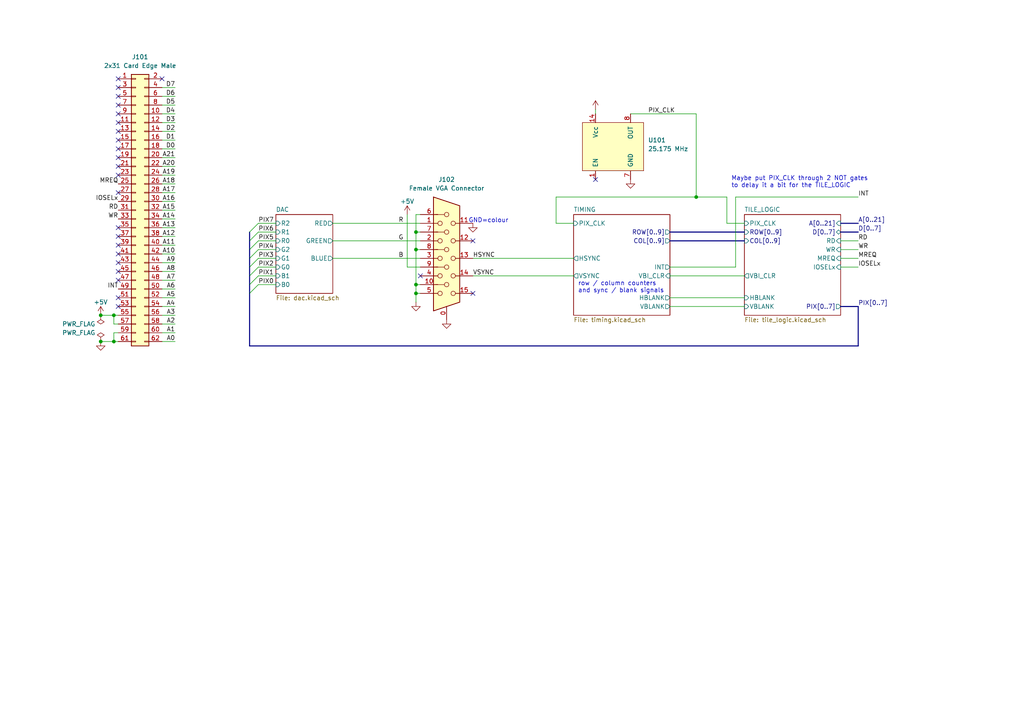
<source format=kicad_sch>
(kicad_sch (version 20230121) (generator eeschema)

  (uuid a7f25f41-0b4c-4430-b6cd-b2160b2db099)

  (paper "A4")

  (title_block
    (title "Video Card")
    (date "2021-09-11")
    (rev "1")
    (company "B.W. Harrison")
    (comment 1 "64 KB video memory, and vblank interrupt")
    (comment 2 "640x480 resolution, tiling, hardware scrolling,")
    (comment 3 "Main features:")
    (comment 4 "VGA video card for the Z80 computer")
  )

  (lib_symbols
    (symbol "Connector_Generic:Conn_02x31_Odd_Even" (pin_names (offset 1.016) hide) (in_bom yes) (on_board yes)
      (property "Reference" "J" (at 1.27 40.64 0)
        (effects (font (size 1.27 1.27)))
      )
      (property "Value" "Conn_02x31_Odd_Even" (at 1.27 -40.64 0)
        (effects (font (size 1.27 1.27)))
      )
      (property "Footprint" "" (at 0 0 0)
        (effects (font (size 1.27 1.27)) hide)
      )
      (property "Datasheet" "~" (at 0 0 0)
        (effects (font (size 1.27 1.27)) hide)
      )
      (property "ki_keywords" "connector" (at 0 0 0)
        (effects (font (size 1.27 1.27)) hide)
      )
      (property "ki_description" "Generic connector, double row, 02x31, odd/even pin numbering scheme (row 1 odd numbers, row 2 even numbers), script generated (kicad-library-utils/schlib/autogen/connector/)" (at 0 0 0)
        (effects (font (size 1.27 1.27)) hide)
      )
      (property "ki_fp_filters" "Connector*:*_2x??_*" (at 0 0 0)
        (effects (font (size 1.27 1.27)) hide)
      )
      (symbol "Conn_02x31_Odd_Even_1_1"
        (rectangle (start -1.27 -37.973) (end 0 -38.227)
          (stroke (width 0.1524) (type default))
          (fill (type none))
        )
        (rectangle (start -1.27 -35.433) (end 0 -35.687)
          (stroke (width 0.1524) (type default))
          (fill (type none))
        )
        (rectangle (start -1.27 -32.893) (end 0 -33.147)
          (stroke (width 0.1524) (type default))
          (fill (type none))
        )
        (rectangle (start -1.27 -30.353) (end 0 -30.607)
          (stroke (width 0.1524) (type default))
          (fill (type none))
        )
        (rectangle (start -1.27 -27.813) (end 0 -28.067)
          (stroke (width 0.1524) (type default))
          (fill (type none))
        )
        (rectangle (start -1.27 -25.273) (end 0 -25.527)
          (stroke (width 0.1524) (type default))
          (fill (type none))
        )
        (rectangle (start -1.27 -22.733) (end 0 -22.987)
          (stroke (width 0.1524) (type default))
          (fill (type none))
        )
        (rectangle (start -1.27 -20.193) (end 0 -20.447)
          (stroke (width 0.1524) (type default))
          (fill (type none))
        )
        (rectangle (start -1.27 -17.653) (end 0 -17.907)
          (stroke (width 0.1524) (type default))
          (fill (type none))
        )
        (rectangle (start -1.27 -15.113) (end 0 -15.367)
          (stroke (width 0.1524) (type default))
          (fill (type none))
        )
        (rectangle (start -1.27 -12.573) (end 0 -12.827)
          (stroke (width 0.1524) (type default))
          (fill (type none))
        )
        (rectangle (start -1.27 -10.033) (end 0 -10.287)
          (stroke (width 0.1524) (type default))
          (fill (type none))
        )
        (rectangle (start -1.27 -7.493) (end 0 -7.747)
          (stroke (width 0.1524) (type default))
          (fill (type none))
        )
        (rectangle (start -1.27 -4.953) (end 0 -5.207)
          (stroke (width 0.1524) (type default))
          (fill (type none))
        )
        (rectangle (start -1.27 -2.413) (end 0 -2.667)
          (stroke (width 0.1524) (type default))
          (fill (type none))
        )
        (rectangle (start -1.27 0.127) (end 0 -0.127)
          (stroke (width 0.1524) (type default))
          (fill (type none))
        )
        (rectangle (start -1.27 2.667) (end 0 2.413)
          (stroke (width 0.1524) (type default))
          (fill (type none))
        )
        (rectangle (start -1.27 5.207) (end 0 4.953)
          (stroke (width 0.1524) (type default))
          (fill (type none))
        )
        (rectangle (start -1.27 7.747) (end 0 7.493)
          (stroke (width 0.1524) (type default))
          (fill (type none))
        )
        (rectangle (start -1.27 10.287) (end 0 10.033)
          (stroke (width 0.1524) (type default))
          (fill (type none))
        )
        (rectangle (start -1.27 12.827) (end 0 12.573)
          (stroke (width 0.1524) (type default))
          (fill (type none))
        )
        (rectangle (start -1.27 15.367) (end 0 15.113)
          (stroke (width 0.1524) (type default))
          (fill (type none))
        )
        (rectangle (start -1.27 17.907) (end 0 17.653)
          (stroke (width 0.1524) (type default))
          (fill (type none))
        )
        (rectangle (start -1.27 20.447) (end 0 20.193)
          (stroke (width 0.1524) (type default))
          (fill (type none))
        )
        (rectangle (start -1.27 22.987) (end 0 22.733)
          (stroke (width 0.1524) (type default))
          (fill (type none))
        )
        (rectangle (start -1.27 25.527) (end 0 25.273)
          (stroke (width 0.1524) (type default))
          (fill (type none))
        )
        (rectangle (start -1.27 28.067) (end 0 27.813)
          (stroke (width 0.1524) (type default))
          (fill (type none))
        )
        (rectangle (start -1.27 30.607) (end 0 30.353)
          (stroke (width 0.1524) (type default))
          (fill (type none))
        )
        (rectangle (start -1.27 33.147) (end 0 32.893)
          (stroke (width 0.1524) (type default))
          (fill (type none))
        )
        (rectangle (start -1.27 35.687) (end 0 35.433)
          (stroke (width 0.1524) (type default))
          (fill (type none))
        )
        (rectangle (start -1.27 38.227) (end 0 37.973)
          (stroke (width 0.1524) (type default))
          (fill (type none))
        )
        (rectangle (start -1.27 39.37) (end 3.81 -39.37)
          (stroke (width 0.254) (type default))
          (fill (type background))
        )
        (rectangle (start 3.81 -37.973) (end 2.54 -38.227)
          (stroke (width 0.1524) (type default))
          (fill (type none))
        )
        (rectangle (start 3.81 -35.433) (end 2.54 -35.687)
          (stroke (width 0.1524) (type default))
          (fill (type none))
        )
        (rectangle (start 3.81 -32.893) (end 2.54 -33.147)
          (stroke (width 0.1524) (type default))
          (fill (type none))
        )
        (rectangle (start 3.81 -30.353) (end 2.54 -30.607)
          (stroke (width 0.1524) (type default))
          (fill (type none))
        )
        (rectangle (start 3.81 -27.813) (end 2.54 -28.067)
          (stroke (width 0.1524) (type default))
          (fill (type none))
        )
        (rectangle (start 3.81 -25.273) (end 2.54 -25.527)
          (stroke (width 0.1524) (type default))
          (fill (type none))
        )
        (rectangle (start 3.81 -22.733) (end 2.54 -22.987)
          (stroke (width 0.1524) (type default))
          (fill (type none))
        )
        (rectangle (start 3.81 -20.193) (end 2.54 -20.447)
          (stroke (width 0.1524) (type default))
          (fill (type none))
        )
        (rectangle (start 3.81 -17.653) (end 2.54 -17.907)
          (stroke (width 0.1524) (type default))
          (fill (type none))
        )
        (rectangle (start 3.81 -15.113) (end 2.54 -15.367)
          (stroke (width 0.1524) (type default))
          (fill (type none))
        )
        (rectangle (start 3.81 -12.573) (end 2.54 -12.827)
          (stroke (width 0.1524) (type default))
          (fill (type none))
        )
        (rectangle (start 3.81 -10.033) (end 2.54 -10.287)
          (stroke (width 0.1524) (type default))
          (fill (type none))
        )
        (rectangle (start 3.81 -7.493) (end 2.54 -7.747)
          (stroke (width 0.1524) (type default))
          (fill (type none))
        )
        (rectangle (start 3.81 -4.953) (end 2.54 -5.207)
          (stroke (width 0.1524) (type default))
          (fill (type none))
        )
        (rectangle (start 3.81 -2.413) (end 2.54 -2.667)
          (stroke (width 0.1524) (type default))
          (fill (type none))
        )
        (rectangle (start 3.81 0.127) (end 2.54 -0.127)
          (stroke (width 0.1524) (type default))
          (fill (type none))
        )
        (rectangle (start 3.81 2.667) (end 2.54 2.413)
          (stroke (width 0.1524) (type default))
          (fill (type none))
        )
        (rectangle (start 3.81 5.207) (end 2.54 4.953)
          (stroke (width 0.1524) (type default))
          (fill (type none))
        )
        (rectangle (start 3.81 7.747) (end 2.54 7.493)
          (stroke (width 0.1524) (type default))
          (fill (type none))
        )
        (rectangle (start 3.81 10.287) (end 2.54 10.033)
          (stroke (width 0.1524) (type default))
          (fill (type none))
        )
        (rectangle (start 3.81 12.827) (end 2.54 12.573)
          (stroke (width 0.1524) (type default))
          (fill (type none))
        )
        (rectangle (start 3.81 15.367) (end 2.54 15.113)
          (stroke (width 0.1524) (type default))
          (fill (type none))
        )
        (rectangle (start 3.81 17.907) (end 2.54 17.653)
          (stroke (width 0.1524) (type default))
          (fill (type none))
        )
        (rectangle (start 3.81 20.447) (end 2.54 20.193)
          (stroke (width 0.1524) (type default))
          (fill (type none))
        )
        (rectangle (start 3.81 22.987) (end 2.54 22.733)
          (stroke (width 0.1524) (type default))
          (fill (type none))
        )
        (rectangle (start 3.81 25.527) (end 2.54 25.273)
          (stroke (width 0.1524) (type default))
          (fill (type none))
        )
        (rectangle (start 3.81 28.067) (end 2.54 27.813)
          (stroke (width 0.1524) (type default))
          (fill (type none))
        )
        (rectangle (start 3.81 30.607) (end 2.54 30.353)
          (stroke (width 0.1524) (type default))
          (fill (type none))
        )
        (rectangle (start 3.81 33.147) (end 2.54 32.893)
          (stroke (width 0.1524) (type default))
          (fill (type none))
        )
        (rectangle (start 3.81 35.687) (end 2.54 35.433)
          (stroke (width 0.1524) (type default))
          (fill (type none))
        )
        (rectangle (start 3.81 38.227) (end 2.54 37.973)
          (stroke (width 0.1524) (type default))
          (fill (type none))
        )
        (pin passive line (at -5.08 38.1 0) (length 3.81)
          (name "Pin_1" (effects (font (size 1.27 1.27))))
          (number "1" (effects (font (size 1.27 1.27))))
        )
        (pin passive line (at 7.62 27.94 180) (length 3.81)
          (name "Pin_10" (effects (font (size 1.27 1.27))))
          (number "10" (effects (font (size 1.27 1.27))))
        )
        (pin passive line (at -5.08 25.4 0) (length 3.81)
          (name "Pin_11" (effects (font (size 1.27 1.27))))
          (number "11" (effects (font (size 1.27 1.27))))
        )
        (pin passive line (at 7.62 25.4 180) (length 3.81)
          (name "Pin_12" (effects (font (size 1.27 1.27))))
          (number "12" (effects (font (size 1.27 1.27))))
        )
        (pin passive line (at -5.08 22.86 0) (length 3.81)
          (name "Pin_13" (effects (font (size 1.27 1.27))))
          (number "13" (effects (font (size 1.27 1.27))))
        )
        (pin passive line (at 7.62 22.86 180) (length 3.81)
          (name "Pin_14" (effects (font (size 1.27 1.27))))
          (number "14" (effects (font (size 1.27 1.27))))
        )
        (pin passive line (at -5.08 20.32 0) (length 3.81)
          (name "Pin_15" (effects (font (size 1.27 1.27))))
          (number "15" (effects (font (size 1.27 1.27))))
        )
        (pin passive line (at 7.62 20.32 180) (length 3.81)
          (name "Pin_16" (effects (font (size 1.27 1.27))))
          (number "16" (effects (font (size 1.27 1.27))))
        )
        (pin passive line (at -5.08 17.78 0) (length 3.81)
          (name "Pin_17" (effects (font (size 1.27 1.27))))
          (number "17" (effects (font (size 1.27 1.27))))
        )
        (pin passive line (at 7.62 17.78 180) (length 3.81)
          (name "Pin_18" (effects (font (size 1.27 1.27))))
          (number "18" (effects (font (size 1.27 1.27))))
        )
        (pin passive line (at -5.08 15.24 0) (length 3.81)
          (name "Pin_19" (effects (font (size 1.27 1.27))))
          (number "19" (effects (font (size 1.27 1.27))))
        )
        (pin passive line (at 7.62 38.1 180) (length 3.81)
          (name "Pin_2" (effects (font (size 1.27 1.27))))
          (number "2" (effects (font (size 1.27 1.27))))
        )
        (pin passive line (at 7.62 15.24 180) (length 3.81)
          (name "Pin_20" (effects (font (size 1.27 1.27))))
          (number "20" (effects (font (size 1.27 1.27))))
        )
        (pin passive line (at -5.08 12.7 0) (length 3.81)
          (name "Pin_21" (effects (font (size 1.27 1.27))))
          (number "21" (effects (font (size 1.27 1.27))))
        )
        (pin passive line (at 7.62 12.7 180) (length 3.81)
          (name "Pin_22" (effects (font (size 1.27 1.27))))
          (number "22" (effects (font (size 1.27 1.27))))
        )
        (pin passive line (at -5.08 10.16 0) (length 3.81)
          (name "Pin_23" (effects (font (size 1.27 1.27))))
          (number "23" (effects (font (size 1.27 1.27))))
        )
        (pin passive line (at 7.62 10.16 180) (length 3.81)
          (name "Pin_24" (effects (font (size 1.27 1.27))))
          (number "24" (effects (font (size 1.27 1.27))))
        )
        (pin passive line (at -5.08 7.62 0) (length 3.81)
          (name "Pin_25" (effects (font (size 1.27 1.27))))
          (number "25" (effects (font (size 1.27 1.27))))
        )
        (pin passive line (at 7.62 7.62 180) (length 3.81)
          (name "Pin_26" (effects (font (size 1.27 1.27))))
          (number "26" (effects (font (size 1.27 1.27))))
        )
        (pin passive line (at -5.08 5.08 0) (length 3.81)
          (name "Pin_27" (effects (font (size 1.27 1.27))))
          (number "27" (effects (font (size 1.27 1.27))))
        )
        (pin passive line (at 7.62 5.08 180) (length 3.81)
          (name "Pin_28" (effects (font (size 1.27 1.27))))
          (number "28" (effects (font (size 1.27 1.27))))
        )
        (pin passive line (at -5.08 2.54 0) (length 3.81)
          (name "Pin_29" (effects (font (size 1.27 1.27))))
          (number "29" (effects (font (size 1.27 1.27))))
        )
        (pin passive line (at -5.08 35.56 0) (length 3.81)
          (name "Pin_3" (effects (font (size 1.27 1.27))))
          (number "3" (effects (font (size 1.27 1.27))))
        )
        (pin passive line (at 7.62 2.54 180) (length 3.81)
          (name "Pin_30" (effects (font (size 1.27 1.27))))
          (number "30" (effects (font (size 1.27 1.27))))
        )
        (pin passive line (at -5.08 0 0) (length 3.81)
          (name "Pin_31" (effects (font (size 1.27 1.27))))
          (number "31" (effects (font (size 1.27 1.27))))
        )
        (pin passive line (at 7.62 0 180) (length 3.81)
          (name "Pin_32" (effects (font (size 1.27 1.27))))
          (number "32" (effects (font (size 1.27 1.27))))
        )
        (pin passive line (at -5.08 -2.54 0) (length 3.81)
          (name "Pin_33" (effects (font (size 1.27 1.27))))
          (number "33" (effects (font (size 1.27 1.27))))
        )
        (pin passive line (at 7.62 -2.54 180) (length 3.81)
          (name "Pin_34" (effects (font (size 1.27 1.27))))
          (number "34" (effects (font (size 1.27 1.27))))
        )
        (pin passive line (at -5.08 -5.08 0) (length 3.81)
          (name "Pin_35" (effects (font (size 1.27 1.27))))
          (number "35" (effects (font (size 1.27 1.27))))
        )
        (pin passive line (at 7.62 -5.08 180) (length 3.81)
          (name "Pin_36" (effects (font (size 1.27 1.27))))
          (number "36" (effects (font (size 1.27 1.27))))
        )
        (pin passive line (at -5.08 -7.62 0) (length 3.81)
          (name "Pin_37" (effects (font (size 1.27 1.27))))
          (number "37" (effects (font (size 1.27 1.27))))
        )
        (pin passive line (at 7.62 -7.62 180) (length 3.81)
          (name "Pin_38" (effects (font (size 1.27 1.27))))
          (number "38" (effects (font (size 1.27 1.27))))
        )
        (pin passive line (at -5.08 -10.16 0) (length 3.81)
          (name "Pin_39" (effects (font (size 1.27 1.27))))
          (number "39" (effects (font (size 1.27 1.27))))
        )
        (pin passive line (at 7.62 35.56 180) (length 3.81)
          (name "Pin_4" (effects (font (size 1.27 1.27))))
          (number "4" (effects (font (size 1.27 1.27))))
        )
        (pin passive line (at 7.62 -10.16 180) (length 3.81)
          (name "Pin_40" (effects (font (size 1.27 1.27))))
          (number "40" (effects (font (size 1.27 1.27))))
        )
        (pin passive line (at -5.08 -12.7 0) (length 3.81)
          (name "Pin_41" (effects (font (size 1.27 1.27))))
          (number "41" (effects (font (size 1.27 1.27))))
        )
        (pin passive line (at 7.62 -12.7 180) (length 3.81)
          (name "Pin_42" (effects (font (size 1.27 1.27))))
          (number "42" (effects (font (size 1.27 1.27))))
        )
        (pin passive line (at -5.08 -15.24 0) (length 3.81)
          (name "Pin_43" (effects (font (size 1.27 1.27))))
          (number "43" (effects (font (size 1.27 1.27))))
        )
        (pin passive line (at 7.62 -15.24 180) (length 3.81)
          (name "Pin_44" (effects (font (size 1.27 1.27))))
          (number "44" (effects (font (size 1.27 1.27))))
        )
        (pin passive line (at -5.08 -17.78 0) (length 3.81)
          (name "Pin_45" (effects (font (size 1.27 1.27))))
          (number "45" (effects (font (size 1.27 1.27))))
        )
        (pin passive line (at 7.62 -17.78 180) (length 3.81)
          (name "Pin_46" (effects (font (size 1.27 1.27))))
          (number "46" (effects (font (size 1.27 1.27))))
        )
        (pin passive line (at -5.08 -20.32 0) (length 3.81)
          (name "Pin_47" (effects (font (size 1.27 1.27))))
          (number "47" (effects (font (size 1.27 1.27))))
        )
        (pin passive line (at 7.62 -20.32 180) (length 3.81)
          (name "Pin_48" (effects (font (size 1.27 1.27))))
          (number "48" (effects (font (size 1.27 1.27))))
        )
        (pin passive line (at -5.08 -22.86 0) (length 3.81)
          (name "Pin_49" (effects (font (size 1.27 1.27))))
          (number "49" (effects (font (size 1.27 1.27))))
        )
        (pin passive line (at -5.08 33.02 0) (length 3.81)
          (name "Pin_5" (effects (font (size 1.27 1.27))))
          (number "5" (effects (font (size 1.27 1.27))))
        )
        (pin passive line (at 7.62 -22.86 180) (length 3.81)
          (name "Pin_50" (effects (font (size 1.27 1.27))))
          (number "50" (effects (font (size 1.27 1.27))))
        )
        (pin passive line (at -5.08 -25.4 0) (length 3.81)
          (name "Pin_51" (effects (font (size 1.27 1.27))))
          (number "51" (effects (font (size 1.27 1.27))))
        )
        (pin passive line (at 7.62 -25.4 180) (length 3.81)
          (name "Pin_52" (effects (font (size 1.27 1.27))))
          (number "52" (effects (font (size 1.27 1.27))))
        )
        (pin passive line (at -5.08 -27.94 0) (length 3.81)
          (name "Pin_53" (effects (font (size 1.27 1.27))))
          (number "53" (effects (font (size 1.27 1.27))))
        )
        (pin passive line (at 7.62 -27.94 180) (length 3.81)
          (name "Pin_54" (effects (font (size 1.27 1.27))))
          (number "54" (effects (font (size 1.27 1.27))))
        )
        (pin passive line (at -5.08 -30.48 0) (length 3.81)
          (name "Pin_55" (effects (font (size 1.27 1.27))))
          (number "55" (effects (font (size 1.27 1.27))))
        )
        (pin passive line (at 7.62 -30.48 180) (length 3.81)
          (name "Pin_56" (effects (font (size 1.27 1.27))))
          (number "56" (effects (font (size 1.27 1.27))))
        )
        (pin passive line (at -5.08 -33.02 0) (length 3.81)
          (name "Pin_57" (effects (font (size 1.27 1.27))))
          (number "57" (effects (font (size 1.27 1.27))))
        )
        (pin passive line (at 7.62 -33.02 180) (length 3.81)
          (name "Pin_58" (effects (font (size 1.27 1.27))))
          (number "58" (effects (font (size 1.27 1.27))))
        )
        (pin passive line (at -5.08 -35.56 0) (length 3.81)
          (name "Pin_59" (effects (font (size 1.27 1.27))))
          (number "59" (effects (font (size 1.27 1.27))))
        )
        (pin passive line (at 7.62 33.02 180) (length 3.81)
          (name "Pin_6" (effects (font (size 1.27 1.27))))
          (number "6" (effects (font (size 1.27 1.27))))
        )
        (pin passive line (at 7.62 -35.56 180) (length 3.81)
          (name "Pin_60" (effects (font (size 1.27 1.27))))
          (number "60" (effects (font (size 1.27 1.27))))
        )
        (pin passive line (at -5.08 -38.1 0) (length 3.81)
          (name "Pin_61" (effects (font (size 1.27 1.27))))
          (number "61" (effects (font (size 1.27 1.27))))
        )
        (pin passive line (at 7.62 -38.1 180) (length 3.81)
          (name "Pin_62" (effects (font (size 1.27 1.27))))
          (number "62" (effects (font (size 1.27 1.27))))
        )
        (pin passive line (at -5.08 30.48 0) (length 3.81)
          (name "Pin_7" (effects (font (size 1.27 1.27))))
          (number "7" (effects (font (size 1.27 1.27))))
        )
        (pin passive line (at 7.62 30.48 180) (length 3.81)
          (name "Pin_8" (effects (font (size 1.27 1.27))))
          (number "8" (effects (font (size 1.27 1.27))))
        )
        (pin passive line (at -5.08 27.94 0) (length 3.81)
          (name "Pin_9" (effects (font (size 1.27 1.27))))
          (number "9" (effects (font (size 1.27 1.27))))
        )
      )
    )
    (symbol "my_library:CRYST-OSC-DIP14" (pin_names (offset 1.016)) (in_bom yes) (on_board yes)
      (property "Reference" "U" (at 5.08 1.27 0)
        (effects (font (size 1.27 1.27)))
      )
      (property "Value" "CRYST-OSC-DIP14" (at 5.08 -6.35 0)
        (effects (font (size 1.27 1.27)))
      )
      (property "Footprint" "" (at 0 0 0)
        (effects (font (size 1.27 1.27)) hide)
      )
      (property "Datasheet" "http://baileyh.xyz/datasheets/osc_dip14.pdf" (at 0 0 0)
        (effects (font (size 1.27 1.27)) hide)
      )
      (symbol "CRYST-OSC-DIP14_0_1"
        (rectangle (start -3.81 0) (end 13.97 -13.97)
          (stroke (width 0) (type default))
          (fill (type background))
        )
      )
      (symbol "CRYST-OSC-DIP14_1_1"
        (pin input line (at 0 -16.51 90) (length 2.54)
          (name "EN" (effects (font (size 1.27 1.27))))
          (number "1" (effects (font (size 1.27 1.27))))
        )
        (pin power_in line (at 0 2.54 270) (length 2.54)
          (name "Vcc" (effects (font (size 1.27 1.27))))
          (number "14" (effects (font (size 1.27 1.27))))
        )
        (pin power_in line (at 10.16 -16.51 90) (length 2.54)
          (name "GND" (effects (font (size 1.27 1.27))))
          (number "7" (effects (font (size 1.27 1.27))))
        )
        (pin output line (at 10.16 2.54 270) (length 2.54)
          (name "OUT" (effects (font (size 1.27 1.27))))
          (number "8" (effects (font (size 1.27 1.27))))
        )
      )
    )
    (symbol "my_library:DB15_Female_HighDensity_MountingHoles" (pin_names (offset 1.016) hide) (in_bom yes) (on_board yes)
      (property "Reference" "J102" (at 0 22.86 0)
        (effects (font (size 1.27 1.27)))
      )
      (property "Value" "Female VGA Connector" (at 0 20.32 0)
        (effects (font (size 1.27 1.27)))
      )
      (property "Footprint" "Connector_Dsub:DSUB-15-HD_Female_Horizontal_P2.29x1.98mm_EdgePinOffset8.35mm_Housed_MountingHolesOffset10.89mm" (at -24.13 10.16 0)
        (effects (font (size 1.27 1.27)) hide)
      )
      (property "Datasheet" "https://cdn.amphenol-icc.com/media/wysiwyg/files/drawing/c-cd-0011.pdf" (at -24.13 10.16 0)
        (effects (font (size 1.27 1.27)) hide)
      )
      (property "Digikey Part No." "609-5180-ND" (at 0 0 0)
        (effects (font (size 1.27 1.27)) hide)
      )
      (property "ki_keywords" "connector db15 female D-SUB VGA" (at 0 0 0)
        (effects (font (size 1.27 1.27)) hide)
      )
      (property "ki_description" "15-pin female D-SUB connector, High density (3 columns), Triple Row, Generic, VGA-connector, Mounting Hole" (at 0 0 0)
        (effects (font (size 1.27 1.27)) hide)
      )
      (property "ki_fp_filters" "DSUB*Female*" (at 0 0 0)
        (effects (font (size 1.27 1.27)) hide)
      )
      (symbol "DB15_Female_HighDensity_MountingHoles_0_1"
        (circle (center -1.905 -10.16) (radius 0.635)
          (stroke (width 0) (type default))
          (fill (type none))
        )
        (circle (center -1.905 -5.08) (radius 0.635)
          (stroke (width 0) (type default))
          (fill (type none))
        )
        (circle (center -1.905 0) (radius 0.635)
          (stroke (width 0) (type default))
          (fill (type none))
        )
        (circle (center -1.905 5.08) (radius 0.635)
          (stroke (width 0) (type default))
          (fill (type none))
        )
        (circle (center -1.905 10.16) (radius 0.635)
          (stroke (width 0) (type default))
          (fill (type none))
        )
        (circle (center 0 -7.62) (radius 0.635)
          (stroke (width 0) (type default))
          (fill (type none))
        )
        (circle (center 0 -2.54) (radius 0.635)
          (stroke (width 0) (type default))
          (fill (type none))
        )
        (polyline
          (pts
            (xy -3.175 7.62)
            (xy -0.635 7.62)
          )
          (stroke (width 0) (type default))
          (fill (type none))
        )
        (polyline
          (pts
            (xy -0.635 -7.62)
            (xy -3.175 -7.62)
          )
          (stroke (width 0) (type default))
          (fill (type none))
        )
        (polyline
          (pts
            (xy -0.635 -2.54)
            (xy -3.175 -2.54)
          )
          (stroke (width 0) (type default))
          (fill (type none))
        )
        (polyline
          (pts
            (xy -0.635 2.54)
            (xy -3.175 2.54)
          )
          (stroke (width 0) (type default))
          (fill (type none))
        )
        (polyline
          (pts
            (xy -0.635 12.7)
            (xy -3.175 12.7)
          )
          (stroke (width 0) (type default))
          (fill (type none))
        )
        (polyline
          (pts
            (xy -3.81 17.78)
            (xy -3.81 -15.24)
            (xy 3.81 -12.7)
            (xy 3.81 15.24)
            (xy -3.81 17.78)
          )
          (stroke (width 0.254) (type default))
          (fill (type background))
        )
        (circle (center 0 2.54) (radius 0.635)
          (stroke (width 0) (type default))
          (fill (type none))
        )
        (circle (center 0 7.62) (radius 0.635)
          (stroke (width 0) (type default))
          (fill (type none))
        )
        (circle (center 0 12.7) (radius 0.635)
          (stroke (width 0) (type default))
          (fill (type none))
        )
        (circle (center 1.905 -10.16) (radius 0.635)
          (stroke (width 0) (type default))
          (fill (type none))
        )
        (circle (center 1.905 -5.08) (radius 0.635)
          (stroke (width 0) (type default))
          (fill (type none))
        )
        (circle (center 1.905 0) (radius 0.635)
          (stroke (width 0) (type default))
          (fill (type none))
        )
        (circle (center 1.905 5.08) (radius 0.635)
          (stroke (width 0) (type default))
          (fill (type none))
        )
        (circle (center 1.905 10.16) (radius 0.635)
          (stroke (width 0) (type default))
          (fill (type none))
        )
      )
      (symbol "DB15_Female_HighDensity_MountingHoles_1_1"
        (pin passive line (at 0 -17.78 90) (length 3.81)
          (name "~" (effects (font (size 1.27 1.27))))
          (number "0" (effects (font (size 1.27 1.27))))
        )
        (pin passive line (at -7.62 10.16 0) (length 5.08)
          (name "~" (effects (font (size 1.27 1.27))))
          (number "1" (effects (font (size 1.27 1.27))))
        )
        (pin passive line (at -7.62 -7.62 0) (length 5.08)
          (name "~" (effects (font (size 1.27 1.27))))
          (number "10" (effects (font (size 1.27 1.27))))
        )
        (pin passive line (at 7.62 10.16 180) (length 5.08)
          (name "~" (effects (font (size 1.27 1.27))))
          (number "11" (effects (font (size 1.27 1.27))))
        )
        (pin passive line (at 7.62 5.08 180) (length 5.08)
          (name "~" (effects (font (size 1.27 1.27))))
          (number "12" (effects (font (size 1.27 1.27))))
        )
        (pin passive line (at 7.62 0 180) (length 5.08)
          (name "~" (effects (font (size 1.27 1.27))))
          (number "13" (effects (font (size 1.27 1.27))))
        )
        (pin passive line (at 7.62 -5.08 180) (length 5.08)
          (name "~" (effects (font (size 1.27 1.27))))
          (number "14" (effects (font (size 1.27 1.27))))
        )
        (pin passive line (at 7.62 -10.16 180) (length 5.08)
          (name "~" (effects (font (size 1.27 1.27))))
          (number "15" (effects (font (size 1.27 1.27))))
        )
        (pin passive line (at -7.62 5.08 0) (length 5.08)
          (name "~" (effects (font (size 1.27 1.27))))
          (number "2" (effects (font (size 1.27 1.27))))
        )
        (pin passive line (at -7.62 0 0) (length 5.08)
          (name "~" (effects (font (size 1.27 1.27))))
          (number "3" (effects (font (size 1.27 1.27))))
        )
        (pin passive line (at -7.62 -5.08 0) (length 5.08)
          (name "~" (effects (font (size 1.27 1.27))))
          (number "4" (effects (font (size 1.27 1.27))))
        )
        (pin passive line (at -7.62 -10.16 0) (length 5.08)
          (name "~" (effects (font (size 1.27 1.27))))
          (number "5" (effects (font (size 1.27 1.27))))
        )
        (pin passive line (at -7.62 12.7 0) (length 5.08)
          (name "~" (effects (font (size 1.27 1.27))))
          (number "6" (effects (font (size 1.27 1.27))))
        )
        (pin passive line (at -7.62 7.62 0) (length 5.08)
          (name "~" (effects (font (size 1.27 1.27))))
          (number "7" (effects (font (size 1.27 1.27))))
        )
        (pin passive line (at -7.62 2.54 0) (length 5.08)
          (name "~" (effects (font (size 1.27 1.27))))
          (number "8" (effects (font (size 1.27 1.27))))
        )
        (pin passive line (at -7.62 -2.54 0) (length 5.08)
          (name "~" (effects (font (size 1.27 1.27))))
          (number "9" (effects (font (size 1.27 1.27))))
        )
      )
    )
    (symbol "power:+5V" (power) (pin_names (offset 0)) (in_bom yes) (on_board yes)
      (property "Reference" "#PWR" (at 0 -3.81 0)
        (effects (font (size 1.27 1.27)) hide)
      )
      (property "Value" "+5V" (at 0 3.556 0)
        (effects (font (size 1.27 1.27)))
      )
      (property "Footprint" "" (at 0 0 0)
        (effects (font (size 1.27 1.27)) hide)
      )
      (property "Datasheet" "" (at 0 0 0)
        (effects (font (size 1.27 1.27)) hide)
      )
      (property "ki_keywords" "global power" (at 0 0 0)
        (effects (font (size 1.27 1.27)) hide)
      )
      (property "ki_description" "Power symbol creates a global label with name \"+5V\"" (at 0 0 0)
        (effects (font (size 1.27 1.27)) hide)
      )
      (symbol "+5V_0_1"
        (polyline
          (pts
            (xy -0.762 1.27)
            (xy 0 2.54)
          )
          (stroke (width 0) (type default))
          (fill (type none))
        )
        (polyline
          (pts
            (xy 0 0)
            (xy 0 2.54)
          )
          (stroke (width 0) (type default))
          (fill (type none))
        )
        (polyline
          (pts
            (xy 0 2.54)
            (xy 0.762 1.27)
          )
          (stroke (width 0) (type default))
          (fill (type none))
        )
      )
      (symbol "+5V_1_1"
        (pin power_in line (at 0 0 90) (length 0) hide
          (name "+5V" (effects (font (size 1.27 1.27))))
          (number "1" (effects (font (size 1.27 1.27))))
        )
      )
    )
    (symbol "power:GND" (power) (pin_names (offset 0)) (in_bom yes) (on_board yes)
      (property "Reference" "#PWR" (at 0 -6.35 0)
        (effects (font (size 1.27 1.27)) hide)
      )
      (property "Value" "GND" (at 0 -3.81 0)
        (effects (font (size 1.27 1.27)))
      )
      (property "Footprint" "" (at 0 0 0)
        (effects (font (size 1.27 1.27)) hide)
      )
      (property "Datasheet" "" (at 0 0 0)
        (effects (font (size 1.27 1.27)) hide)
      )
      (property "ki_keywords" "global power" (at 0 0 0)
        (effects (font (size 1.27 1.27)) hide)
      )
      (property "ki_description" "Power symbol creates a global label with name \"GND\" , ground" (at 0 0 0)
        (effects (font (size 1.27 1.27)) hide)
      )
      (symbol "GND_0_1"
        (polyline
          (pts
            (xy 0 0)
            (xy 0 -1.27)
            (xy 1.27 -1.27)
            (xy 0 -2.54)
            (xy -1.27 -1.27)
            (xy 0 -1.27)
          )
          (stroke (width 0) (type default))
          (fill (type none))
        )
      )
      (symbol "GND_1_1"
        (pin power_in line (at 0 0 270) (length 0) hide
          (name "GND" (effects (font (size 1.27 1.27))))
          (number "1" (effects (font (size 1.27 1.27))))
        )
      )
    )
    (symbol "power:PWR_FLAG" (power) (pin_numbers hide) (pin_names (offset 0) hide) (in_bom yes) (on_board yes)
      (property "Reference" "#FLG" (at 0 1.905 0)
        (effects (font (size 1.27 1.27)) hide)
      )
      (property "Value" "PWR_FLAG" (at 0 3.81 0)
        (effects (font (size 1.27 1.27)))
      )
      (property "Footprint" "" (at 0 0 0)
        (effects (font (size 1.27 1.27)) hide)
      )
      (property "Datasheet" "~" (at 0 0 0)
        (effects (font (size 1.27 1.27)) hide)
      )
      (property "ki_keywords" "flag power" (at 0 0 0)
        (effects (font (size 1.27 1.27)) hide)
      )
      (property "ki_description" "Special symbol for telling ERC where power comes from" (at 0 0 0)
        (effects (font (size 1.27 1.27)) hide)
      )
      (symbol "PWR_FLAG_0_0"
        (pin power_out line (at 0 0 90) (length 0)
          (name "pwr" (effects (font (size 1.27 1.27))))
          (number "1" (effects (font (size 1.27 1.27))))
        )
      )
      (symbol "PWR_FLAG_0_1"
        (polyline
          (pts
            (xy 0 0)
            (xy 0 1.27)
            (xy -1.016 1.905)
            (xy 0 2.54)
            (xy 1.016 1.905)
            (xy 0 1.27)
          )
          (stroke (width 0) (type default))
          (fill (type none))
        )
      )
    )
  )

  (junction (at 33.02 91.44) (diameter 0) (color 0 0 0 0)
    (uuid 2e0a9f64-1b78-4597-8d50-d12d2268a95a)
  )
  (junction (at 120.65 67.31) (diameter 0) (color 0 0 0 0)
    (uuid 8bdea5f6-7a53-427a-92b8-fd15994c2e8c)
  )
  (junction (at 29.21 99.06) (diameter 0) (color 0 0 0 0)
    (uuid bb59b92a-e4d0-4b9e-82cd-26304f5c15b8)
  )
  (junction (at 201.93 57.15) (diameter 0) (color 0 0 0 0)
    (uuid ca5b6af8-ca05-4338-b852-b51f2b49b1db)
  )
  (junction (at 120.65 85.09) (diameter 0) (color 0 0 0 0)
    (uuid d102186a-5b58-41d0-9985-3dbb3593f397)
  )
  (junction (at 33.02 99.06) (diameter 0) (color 0 0 0 0)
    (uuid d38aa458-d7c4-47af-ba08-2b6be506a3fd)
  )
  (junction (at 29.21 91.44) (diameter 0) (color 0 0 0 0)
    (uuid e70b6168-f98e-4322-bc55-500948ef7b77)
  )
  (junction (at 120.65 82.55) (diameter 0) (color 0 0 0 0)
    (uuid f7447e92-4293-41c4-be3f-69b30aad1f17)
  )
  (junction (at 120.65 72.39) (diameter 0) (color 0 0 0 0)
    (uuid fa00d3f4-bb71-4b1d-aa40-ae9267e2c41f)
  )

  (no_connect (at 34.29 45.72) (uuid 25bc3602-3fb4-4a04-94e3-21ba22562c24))
  (no_connect (at 34.29 78.74) (uuid 283c990c-ae5a-4e41-a3ad-b40ca29fe90e))
  (no_connect (at 34.29 68.58) (uuid 2c95b9a6-9c71-4108-9cde-57ddfdd2dd19))
  (no_connect (at 137.16 69.85) (uuid 319639ae-c2c5-486d-93b1-d03bb1b64252))
  (no_connect (at 34.29 38.1) (uuid 34c0bee6-7425-4435-8857-d1fe8dfb6d89))
  (no_connect (at 121.92 80.01) (uuid 3a70978e-dcc2-4620-a99c-514362812927))
  (no_connect (at 34.29 50.8) (uuid 475ed8b3-90bf-48cd-bce5-d8f48b689541))
  (no_connect (at 34.29 86.36) (uuid 49575217-40b0-4890-8acf-12982cca52b5))
  (no_connect (at 34.29 35.56) (uuid 4a54c707-7b6f-4a3d-a74d-5e3526114aba))
  (no_connect (at 34.29 43.18) (uuid 4aa97874-2fd2-414c-b381-9420384c2fd8))
  (no_connect (at 34.29 88.9) (uuid 4cafb73d-1ad8-4d24-acf7-63d78095ae46))
  (no_connect (at 34.29 40.64) (uuid 6cb535a7-247d-4f99-997d-c21b160eadfa))
  (no_connect (at 34.29 30.48) (uuid 6cb93665-0bcd-4104-8633-fffd1811eee0))
  (no_connect (at 34.29 73.66) (uuid 7760a75a-d74b-4185-b34e-cbc7b2c339b6))
  (no_connect (at 34.29 81.28) (uuid 7b766787-7689-40b8-9ef5-c0b1af45a9ae))
  (no_connect (at 34.29 25.4) (uuid 7f2b3ce3-2f20-426d-b769-e0329b6a8111))
  (no_connect (at 46.99 22.86) (uuid 8486c294-aa7e-43c3-b257-1ca3356dd17a))
  (no_connect (at 34.29 22.86) (uuid 869d6302-ae22-478f-9723-3feacbb12eef))
  (no_connect (at 34.29 71.12) (uuid aee7520e-3bfc-435f-a66b-1dd1f5aa6a87))
  (no_connect (at 172.72 52.07) (uuid b0054ce1-b60e-41de-a6a2-bf712784dd39))
  (no_connect (at 34.29 76.2) (uuid c1bac86f-cbf6-4c5b-b60d-c26fa73d9c09))
  (no_connect (at 34.29 55.88) (uuid df2a6036-7274-4398-9365-148b6ddab90d))
  (no_connect (at 34.29 33.02) (uuid e0830067-5b66-4ce1-b2d1-aaa8af20baf7))
  (no_connect (at 34.29 27.94) (uuid e1b88aa4-d887-4eea-83ff-5c009f4390c4))
  (no_connect (at 34.29 66.04) (uuid f6983918-fe05-46ea-b355-bc522ec53440))
  (no_connect (at 137.16 85.09) (uuid fc4ad874-c922-4070-89f9-7262080469d8))
  (no_connect (at 34.29 48.26) (uuid fc83cd71-1198-4019-87a1-dc154bceead3))

  (bus_entry (at 72.39 77.47) (size 2.54 -2.54)
    (stroke (width 0) (type default))
    (uuid 02538207-54a8-4266-8d51-23871852b2ff)
  )
  (bus_entry (at 72.39 82.55) (size 2.54 -2.54)
    (stroke (width 0) (type default))
    (uuid 0f560957-a8c5-442f-b20c-c2d88613742c)
  )
  (bus_entry (at 72.39 80.01) (size 2.54 -2.54)
    (stroke (width 0) (type default))
    (uuid 17ed3508-fa2e-4593-a799-bfd39a6cc14d)
  )
  (bus_entry (at 72.39 67.31) (size 2.54 -2.54)
    (stroke (width 0) (type default))
    (uuid 1c9f6fea-1796-4a2d-80b3-ae22ce51c8f5)
  )
  (bus_entry (at 72.39 85.09) (size 2.54 -2.54)
    (stroke (width 0) (type default))
    (uuid 5f6afe3e-3cb2-473a-819c-dc94ae52a6be)
  )
  (bus_entry (at 72.39 72.39) (size 2.54 -2.54)
    (stroke (width 0) (type default))
    (uuid 73fbe87f-3928-49c2-bf87-839d907c6aef)
  )
  (bus_entry (at 72.39 69.85) (size 2.54 -2.54)
    (stroke (width 0) (type default))
    (uuid 86ad0555-08b3-4dde-9a3e-c1e5e29b6615)
  )
  (bus_entry (at 72.39 74.93) (size 2.54 -2.54)
    (stroke (width 0) (type default))
    (uuid dd334895-c8ff-4719-bac4-c0b289bb5899)
  )

  (bus (pts (xy 72.39 100.33) (xy 248.92 100.33))
    (stroke (width 0) (type default))
    (uuid 05d3e08e-e1f9-46cf-93d0-836d1306d03a)
  )

  (wire (pts (xy 210.82 57.15) (xy 201.93 57.15))
    (stroke (width 0) (type default))
    (uuid 0b4c0f05-c855-4742-bad2-dbf645d5842b)
  )
  (wire (pts (xy 120.65 82.55) (xy 121.92 82.55))
    (stroke (width 0) (type default))
    (uuid 0e249018-17e7-42b3-ae5d-5ebf3ae299ae)
  )
  (wire (pts (xy 194.31 88.9) (xy 215.9 88.9))
    (stroke (width 0) (type default))
    (uuid 10d8ad0e-6a08-4053-92aa-23a15910fd21)
  )
  (wire (pts (xy 74.93 80.01) (xy 80.01 80.01))
    (stroke (width 0) (type default))
    (uuid 12c8f4c9-cb79-4390-b96c-a717c693de17)
  )
  (wire (pts (xy 74.93 82.55) (xy 80.01 82.55))
    (stroke (width 0) (type default))
    (uuid 12f8e43c-8f83-48d3-a9b5-5f3ebc0b6c43)
  )
  (wire (pts (xy 120.65 82.55) (xy 120.65 72.39))
    (stroke (width 0) (type default))
    (uuid 14094ad2-b562-4efa-8c6f-51d7a3134345)
  )
  (wire (pts (xy 96.52 64.77) (xy 121.92 64.77))
    (stroke (width 0) (type default))
    (uuid 1427bb3f-0689-4b41-a816-cd79a5202fd0)
  )
  (wire (pts (xy 50.8 99.06) (xy 46.99 99.06))
    (stroke (width 0) (type default))
    (uuid 18ca5aef-6a2c-41ac-9e7f-bf7acb716e53)
  )
  (wire (pts (xy 50.8 66.04) (xy 46.99 66.04))
    (stroke (width 0) (type default))
    (uuid 18d11f32-e1a6-4f29-8e3c-0bfeb07299bd)
  )
  (wire (pts (xy 118.11 62.23) (xy 118.11 77.47))
    (stroke (width 0) (type default))
    (uuid 1cb22080-0f59-4c18-a6e6-8685ef44ec53)
  )
  (wire (pts (xy 34.29 96.52) (xy 33.02 96.52))
    (stroke (width 0) (type default))
    (uuid 1dfbf353-5b24-4c0f-8322-8fcd514ae75e)
  )
  (wire (pts (xy 201.93 33.02) (xy 201.93 57.15))
    (stroke (width 0) (type default))
    (uuid 212bf70c-2324-47d9-8700-59771063baeb)
  )
  (wire (pts (xy 213.36 57.15) (xy 248.92 57.15))
    (stroke (width 0) (type default))
    (uuid 282c8e53-3acc-42f0-a92a-6aa976b97a93)
  )
  (wire (pts (xy 74.93 69.85) (xy 80.01 69.85))
    (stroke (width 0) (type default))
    (uuid 2a6075ae-c7fa-41db-86b8-3f996740bdc2)
  )
  (bus (pts (xy 72.39 69.85) (xy 72.39 72.39))
    (stroke (width 0) (type default))
    (uuid 2c720100-cbf2-442b-a932-473683dcf2e3)
  )

  (wire (pts (xy 166.37 80.01) (xy 137.16 80.01))
    (stroke (width 0) (type default))
    (uuid 31f91ec8-56e4-4e08-9ccd-012652772211)
  )
  (wire (pts (xy 33.02 99.06) (xy 34.29 99.06))
    (stroke (width 0) (type default))
    (uuid 337e8520-cbd2-42c0-8d17-743bab17cbbd)
  )
  (wire (pts (xy 248.92 72.39) (xy 243.84 72.39))
    (stroke (width 0) (type default))
    (uuid 347562f5-b152-4e7b-8a69-40ca6daaaad4)
  )
  (wire (pts (xy 215.9 86.36) (xy 194.31 86.36))
    (stroke (width 0) (type default))
    (uuid 35c09d1f-2914-4d1e-a002-df30af772f3b)
  )
  (wire (pts (xy 33.02 99.06) (xy 29.21 99.06))
    (stroke (width 0) (type default))
    (uuid 3a41dd27-ec14-44d5-b505-aad1d829f79a)
  )
  (bus (pts (xy 248.92 64.77) (xy 243.84 64.77))
    (stroke (width 0) (type default))
    (uuid 3efa2ece-8f3f-4a8c-96e9-6ab3ec6f1f70)
  )
  (bus (pts (xy 194.31 69.85) (xy 215.9 69.85))
    (stroke (width 0) (type default))
    (uuid 430d6d73-9de6-41ca-b788-178d709f4aae)
  )

  (wire (pts (xy 74.93 77.47) (xy 80.01 77.47))
    (stroke (width 0) (type default))
    (uuid 4344bc11-e822-474b-8d61-d12211e719b1)
  )
  (wire (pts (xy 201.93 57.15) (xy 161.29 57.15))
    (stroke (width 0) (type default))
    (uuid 44035e53-ff94-45ad-801f-55a1ce042a0d)
  )
  (wire (pts (xy 50.8 86.36) (xy 46.99 86.36))
    (stroke (width 0) (type default))
    (uuid 501880c3-8633-456f-9add-0e8fa1932ba6)
  )
  (wire (pts (xy 50.8 93.98) (xy 46.99 93.98))
    (stroke (width 0) (type default))
    (uuid 528fd7da-c9a6-40ae-9f1a-60f6a7f4d534)
  )
  (wire (pts (xy 120.65 82.55) (xy 120.65 85.09))
    (stroke (width 0) (type default))
    (uuid 52a8f1be-73ca-41a8-bc24-2320706b0ec1)
  )
  (wire (pts (xy 50.8 55.88) (xy 46.99 55.88))
    (stroke (width 0) (type default))
    (uuid 53e34696-241f-47e5-a477-f469335c8a61)
  )
  (bus (pts (xy 72.39 82.55) (xy 72.39 85.09))
    (stroke (width 0) (type default))
    (uuid 56e6b4f8-8649-4482-a6e5-d4473b2c0da3)
  )

  (wire (pts (xy 33.02 91.44) (xy 29.21 91.44))
    (stroke (width 0) (type default))
    (uuid 582622a2-fad4-4737-9a80-be9fffbba8ab)
  )
  (wire (pts (xy 96.52 74.93) (xy 121.92 74.93))
    (stroke (width 0) (type default))
    (uuid 590fefcc-03e7-45d6-b6c9-e51a7c3c36c4)
  )
  (wire (pts (xy 96.52 69.85) (xy 121.92 69.85))
    (stroke (width 0) (type default))
    (uuid 59cb2966-1e9c-4b3b-b3c8-7499378d8dde)
  )
  (wire (pts (xy 50.8 48.26) (xy 46.99 48.26))
    (stroke (width 0) (type default))
    (uuid 5a222fb6-5159-4931-9015-19df65643140)
  )
  (wire (pts (xy 120.65 67.31) (xy 120.65 72.39))
    (stroke (width 0) (type default))
    (uuid 5ff19d63-2cb4-438b-93c4-e66d37a05329)
  )
  (wire (pts (xy 121.92 62.23) (xy 120.65 62.23))
    (stroke (width 0) (type default))
    (uuid 616287d9-a51f-498c-8b91-be46a0aa3a7f)
  )
  (wire (pts (xy 50.8 35.56) (xy 46.99 35.56))
    (stroke (width 0) (type default))
    (uuid 626679e8-6101-4722-ac57-5b8d9dab4c8b)
  )
  (wire (pts (xy 50.8 63.5) (xy 46.99 63.5))
    (stroke (width 0) (type default))
    (uuid 6325c32f-c82a-4357-b022-f9c7e76f412e)
  )
  (wire (pts (xy 121.92 67.31) (xy 120.65 67.31))
    (stroke (width 0) (type default))
    (uuid 637f12be-fa48-4ce4-96b2-04c21a8795c8)
  )
  (wire (pts (xy 50.8 43.18) (xy 46.99 43.18))
    (stroke (width 0) (type default))
    (uuid 691af561-538d-4e8f-a916-26cad45eb7d6)
  )
  (wire (pts (xy 50.8 73.66) (xy 46.99 73.66))
    (stroke (width 0) (type default))
    (uuid 6afc19cf-38b4-47a3-bc2b-445b18724310)
  )
  (bus (pts (xy 72.39 67.31) (xy 72.39 69.85))
    (stroke (width 0) (type default))
    (uuid 6bd46644-7209-4d4d-acd8-f4c0d045bc61)
  )

  (wire (pts (xy 118.11 77.47) (xy 121.92 77.47))
    (stroke (width 0) (type default))
    (uuid 701e1517-e8cf-46f4-b538-98e721c97380)
  )
  (bus (pts (xy 248.92 67.31) (xy 243.84 67.31))
    (stroke (width 0) (type default))
    (uuid 70d34adf-9bd8-469e-8c77-5c0d7adf511e)
  )

  (wire (pts (xy 248.92 77.47) (xy 243.84 77.47))
    (stroke (width 0) (type default))
    (uuid 775e8983-a723-43c5-bf00-61681f0840f3)
  )
  (wire (pts (xy 50.8 91.44) (xy 46.99 91.44))
    (stroke (width 0) (type default))
    (uuid 7a879184-fad8-4feb-afb5-86fe8d34f1f7)
  )
  (wire (pts (xy 50.8 45.72) (xy 46.99 45.72))
    (stroke (width 0) (type default))
    (uuid 7ce7415d-7c22-49f6-8215-488853ccc8c6)
  )
  (wire (pts (xy 172.72 31.75) (xy 172.72 33.02))
    (stroke (width 0) (type default))
    (uuid 7f9683c1-2203-43df-8fa1-719a0dc360df)
  )
  (wire (pts (xy 194.31 77.47) (xy 213.36 77.47))
    (stroke (width 0) (type default))
    (uuid 83c5181e-f5ee-453c-ae5c-d7256ba8837d)
  )
  (wire (pts (xy 50.8 71.12) (xy 46.99 71.12))
    (stroke (width 0) (type default))
    (uuid 84d296ba-3d39-4264-ad19-947f90c54396)
  )
  (wire (pts (xy 50.8 50.8) (xy 46.99 50.8))
    (stroke (width 0) (type default))
    (uuid 88002554-c459-46e5-8b22-6ea6fe07fd4c)
  )
  (wire (pts (xy 50.8 53.34) (xy 46.99 53.34))
    (stroke (width 0) (type default))
    (uuid 8cdc8ef9-532e-4bf5-9998-7213b9e692a2)
  )
  (wire (pts (xy 74.93 72.39) (xy 80.01 72.39))
    (stroke (width 0) (type default))
    (uuid 8f12311d-6f4c-4d28-a5bc-d6cb462bade7)
  )
  (wire (pts (xy 50.8 83.82) (xy 46.99 83.82))
    (stroke (width 0) (type default))
    (uuid 91fe070a-a49b-4bc5-805a-42f23e10d114)
  )
  (wire (pts (xy 50.8 58.42) (xy 46.99 58.42))
    (stroke (width 0) (type default))
    (uuid 9390234f-bf3f-46cd-b6a0-8a438ec76e9f)
  )
  (bus (pts (xy 248.92 88.9) (xy 243.84 88.9))
    (stroke (width 0) (type default))
    (uuid 974c48bf-534e-4335-98e1-b0426c783e99)
  )

  (wire (pts (xy 74.93 64.77) (xy 80.01 64.77))
    (stroke (width 0) (type default))
    (uuid 98970bf0-1168-4b4e-a1c9-3b0c8d7eaacf)
  )
  (wire (pts (xy 33.02 93.98) (xy 33.02 91.44))
    (stroke (width 0) (type default))
    (uuid 9aaeec6e-84fe-4644-b0bc-5de24626ff48)
  )
  (wire (pts (xy 50.8 60.96) (xy 46.99 60.96))
    (stroke (width 0) (type default))
    (uuid 9e813ec2-d4ce-4e2e-b379-c6fedb4c45db)
  )
  (wire (pts (xy 50.8 30.48) (xy 46.99 30.48))
    (stroke (width 0) (type default))
    (uuid 9f782c92-a5e8-49db-bfda-752b35522ce4)
  )
  (bus (pts (xy 194.31 67.31) (xy 215.9 67.31))
    (stroke (width 0) (type default))
    (uuid a0e7a81b-2259-4f8d-8368-ba75f2004714)
  )

  (wire (pts (xy 120.65 62.23) (xy 120.65 67.31))
    (stroke (width 0) (type default))
    (uuid a599509f-fbb9-4db4-9adf-9e96bab1138d)
  )
  (wire (pts (xy 50.8 68.58) (xy 46.99 68.58))
    (stroke (width 0) (type default))
    (uuid a90361cd-254c-4d27-ae1f-9a6c85bafe28)
  )
  (bus (pts (xy 72.39 72.39) (xy 72.39 74.93))
    (stroke (width 0) (type default))
    (uuid ad2c40d3-1fa6-4cf2-9d6a-ea59d1c31d93)
  )

  (wire (pts (xy 50.8 40.64) (xy 46.99 40.64))
    (stroke (width 0) (type default))
    (uuid b59f18ce-2e34-4b6e-b14d-8d73b8268179)
  )
  (wire (pts (xy 50.8 38.1) (xy 46.99 38.1))
    (stroke (width 0) (type default))
    (uuid b7bf6e08-7978-4190-aff5-c90d967f0f9c)
  )
  (bus (pts (xy 72.39 80.01) (xy 72.39 82.55))
    (stroke (width 0) (type default))
    (uuid b826fd14-3112-4ed6-aaa6-ffff6283f0fa)
  )
  (bus (pts (xy 72.39 74.93) (xy 72.39 77.47))
    (stroke (width 0) (type default))
    (uuid bab7a1b4-f6bc-4a63-8962-eeab179d71ab)
  )

  (wire (pts (xy 182.88 33.02) (xy 201.93 33.02))
    (stroke (width 0) (type default))
    (uuid be2983fa-f06e-485e-bea1-3dd96b916ec5)
  )
  (wire (pts (xy 166.37 74.93) (xy 137.16 74.93))
    (stroke (width 0) (type default))
    (uuid be41ac9e-b8ba-4089-983b-b84269707f1c)
  )
  (bus (pts (xy 72.39 77.47) (xy 72.39 80.01))
    (stroke (width 0) (type default))
    (uuid bf8b0aff-dcbb-459a-b8c6-8527d11e5a8f)
  )

  (wire (pts (xy 50.8 88.9) (xy 46.99 88.9))
    (stroke (width 0) (type default))
    (uuid c454102f-dc92-4550-9492-797fc8e6b49c)
  )
  (wire (pts (xy 74.93 67.31) (xy 80.01 67.31))
    (stroke (width 0) (type default))
    (uuid c67ad10d-2f75-4ec6-a139-47058f7f06b2)
  )
  (wire (pts (xy 161.29 64.77) (xy 166.37 64.77))
    (stroke (width 0) (type default))
    (uuid c873689a-d206-42f5-aead-9199b4d63f51)
  )
  (wire (pts (xy 50.8 81.28) (xy 46.99 81.28))
    (stroke (width 0) (type default))
    (uuid c8a7af6e-c432-4fa3-91ee-c8bf0c5a9ebe)
  )
  (wire (pts (xy 248.92 69.85) (xy 243.84 69.85))
    (stroke (width 0) (type default))
    (uuid cb083d38-4f11-4a80-8b19-ab751c405e4a)
  )
  (wire (pts (xy 120.65 72.39) (xy 121.92 72.39))
    (stroke (width 0) (type default))
    (uuid cbebc05a-c4dd-4baf-8c08-196e84e08b27)
  )
  (wire (pts (xy 50.8 33.02) (xy 46.99 33.02))
    (stroke (width 0) (type default))
    (uuid ccc4cc25-ac17-45ef-825c-e079951ffb21)
  )
  (wire (pts (xy 161.29 57.15) (xy 161.29 64.77))
    (stroke (width 0) (type default))
    (uuid cee2f43a-7d22-4585-a857-73949bd17a9d)
  )
  (wire (pts (xy 50.8 78.74) (xy 46.99 78.74))
    (stroke (width 0) (type default))
    (uuid d01102e9-b170-4eb1-a0a4-9a31feb850b7)
  )
  (wire (pts (xy 34.29 93.98) (xy 33.02 93.98))
    (stroke (width 0) (type default))
    (uuid d3e133b7-2c84-4206-a2b1-e693cb57fe56)
  )
  (wire (pts (xy 213.36 77.47) (xy 213.36 57.15))
    (stroke (width 0) (type default))
    (uuid d72c89a6-7578-4468-964e-2a845431195f)
  )
  (wire (pts (xy 50.8 27.94) (xy 46.99 27.94))
    (stroke (width 0) (type default))
    (uuid da6f4122-0ecc-496f-b0fd-e4abef534976)
  )
  (wire (pts (xy 74.93 74.93) (xy 80.01 74.93))
    (stroke (width 0) (type default))
    (uuid db742b9e-1fed-4e0c-b783-f911ab5116aa)
  )
  (wire (pts (xy 33.02 96.52) (xy 33.02 99.06))
    (stroke (width 0) (type default))
    (uuid e0c7ddff-8c90-465f-be62-21fb49b059fa)
  )
  (bus (pts (xy 248.92 88.9) (xy 248.92 100.33))
    (stroke (width 0) (type default))
    (uuid e2b24e25-1a0d-434a-876b-c595b47d80d2)
  )

  (wire (pts (xy 121.92 85.09) (xy 120.65 85.09))
    (stroke (width 0) (type default))
    (uuid e300709f-6c72-488d-a598-efcbd6d3af54)
  )
  (wire (pts (xy 120.65 85.09) (xy 120.65 87.63))
    (stroke (width 0) (type default))
    (uuid e36988d2-ecb2-461b-a443-7006f447e828)
  )
  (wire (pts (xy 50.8 96.52) (xy 46.99 96.52))
    (stroke (width 0) (type default))
    (uuid e413cfad-d7bd-41ab-b8dd-4b67484671a6)
  )
  (wire (pts (xy 210.82 57.15) (xy 210.82 64.77))
    (stroke (width 0) (type default))
    (uuid ea2ea877-1ce1-4cd6-ad19-1da87f51601d)
  )
  (wire (pts (xy 215.9 80.01) (xy 194.31 80.01))
    (stroke (width 0) (type default))
    (uuid eaa0d51a-ee4e-4d3a-a801-bddb7027e94c)
  )
  (wire (pts (xy 50.8 25.4) (xy 46.99 25.4))
    (stroke (width 0) (type default))
    (uuid f1782535-55f4-4299-bd4f-6f51b0b7259c)
  )
  (wire (pts (xy 248.92 74.93) (xy 243.84 74.93))
    (stroke (width 0) (type default))
    (uuid f50dae73-c5b5-475d-ac8c-5b555be54fa3)
  )
  (wire (pts (xy 210.82 64.77) (xy 215.9 64.77))
    (stroke (width 0) (type default))
    (uuid f699494a-77d6-4c73-bd50-29c1c1c5b879)
  )
  (wire (pts (xy 34.29 91.44) (xy 33.02 91.44))
    (stroke (width 0) (type default))
    (uuid f988d6ea-11c5-4837-b1d1-5c292ded50c6)
  )
  (wire (pts (xy 50.8 76.2) (xy 46.99 76.2))
    (stroke (width 0) (type default))
    (uuid fe14c012-3d58-4e5e-9a37-4b9765a7f764)
  )
  (bus (pts (xy 72.39 85.09) (xy 72.39 100.33))
    (stroke (width 0) (type default))
    (uuid ff6043af-4ff1-4751-9238-eef76f08b58d)
  )

  (text "GND=colour" (at 135.89 64.77 0)
    (effects (font (size 1.27 1.27)) (justify left bottom))
    (uuid 13bbfffc-affb-4b43-9eb1-f2ed90a8a919)
  )
  (text "Maybe put PIX_CLK through 2 NOT gates\nto delay it a bit for the TILE_LOGIC"
    (at 212.09 54.61 0)
    (effects (font (size 1.27 1.27)) (justify left bottom))
    (uuid 265a74f4-ef29-4805-bea5-544e1c6baa7e)
  )
  (text "row / column counters\nand sync / blank signals" (at 167.64 85.09 0)
    (effects (font (size 1.27 1.27)) (justify left bottom))
    (uuid f5c43e09-08d6-4a29-a53a-3b9ea7fb34cd)
  )

  (label "B" (at 115.57 74.93 0) (fields_autoplaced)
    (effects (font (size 1.27 1.27)) (justify left bottom))
    (uuid 01f82238-6335-48fe-8b0a-6853e227345a)
  )
  (label "D6" (at 50.8 27.94 180) (fields_autoplaced)
    (effects (font (size 1.27 1.27)) (justify right bottom))
    (uuid 03f57fb4-32a3-4bc6-85b9-fd8ece4a9592)
  )
  (label "PIX[0..7]" (at 248.92 88.9 0) (fields_autoplaced)
    (effects (font (size 1.27 1.27)) (justify left bottom))
    (uuid 051b8cb0-ae77-4e09-98a7-bf2103319e66)
  )
  (label "A10" (at 50.8 73.66 180) (fields_autoplaced)
    (effects (font (size 1.27 1.27)) (justify right bottom))
    (uuid 05f2859d-2820-4e84-b395-696011feb13b)
  )
  (label "A20" (at 50.8 48.26 180) (fields_autoplaced)
    (effects (font (size 1.27 1.27)) (justify right bottom))
    (uuid 07d160b6-23e1-4aa0-95cb-440482e6fc15)
  )
  (label "PIX3" (at 74.93 74.93 0) (fields_autoplaced)
    (effects (font (size 1.27 1.27)) (justify left bottom))
    (uuid 0d993e48-cea3-4104-9c5a-d8f97b64a3ac)
  )
  (label "A21" (at 50.8 45.72 180) (fields_autoplaced)
    (effects (font (size 1.27 1.27)) (justify right bottom))
    (uuid 1e48966e-d29d-4521-8939-ec8ac570431d)
  )
  (label "PIX5" (at 74.93 69.85 0) (fields_autoplaced)
    (effects (font (size 1.27 1.27)) (justify left bottom))
    (uuid 20901d7e-a300-4069-8967-a6a7e97a68bc)
  )
  (label "VSYNC" (at 137.16 80.01 0) (fields_autoplaced)
    (effects (font (size 1.27 1.27)) (justify left bottom))
    (uuid 235067e2-1686-40fe-a9a0-61704311b2b1)
  )
  (label "D2" (at 50.8 38.1 180) (fields_autoplaced)
    (effects (font (size 1.27 1.27)) (justify right bottom))
    (uuid 24b72b0d-63b8-4e06-89d0-e94dcf39a600)
  )
  (label "WR" (at 34.29 63.5 180) (fields_autoplaced)
    (effects (font (size 1.27 1.27)) (justify right bottom))
    (uuid 269f19c3-6824-45a8-be29-fa58d70cbb42)
  )
  (label "A12" (at 50.8 68.58 180) (fields_autoplaced)
    (effects (font (size 1.27 1.27)) (justify right bottom))
    (uuid 2a1de22d-6451-488d-af77-0bf8841bd695)
  )
  (label "A2" (at 50.8 93.98 180) (fields_autoplaced)
    (effects (font (size 1.27 1.27)) (justify right bottom))
    (uuid 2c60448a-e30f-46b2-89e1-a44f51688efc)
  )
  (label "D[0..7]" (at 248.92 67.31 0) (fields_autoplaced)
    (effects (font (size 1.27 1.27)) (justify left bottom))
    (uuid 3249bd81-9fd4-4194-9b4f-2e333b2195b8)
  )
  (label "RD" (at 34.29 60.96 180) (fields_autoplaced)
    (effects (font (size 1.27 1.27)) (justify right bottom))
    (uuid 38cfe839-c630-43d3-a9ec-6a89ba9e318a)
  )
  (label "PIX6" (at 74.93 67.31 0) (fields_autoplaced)
    (effects (font (size 1.27 1.27)) (justify left bottom))
    (uuid 422b10b9-e829-44a2-8808-05edd8cb3050)
  )
  (label "D3" (at 50.8 35.56 180) (fields_autoplaced)
    (effects (font (size 1.27 1.27)) (justify right bottom))
    (uuid 4431c0f6-83ea-4eee-95a8-991da2f03ccd)
  )
  (label "A0" (at 50.8 99.06 180) (fields_autoplaced)
    (effects (font (size 1.27 1.27)) (justify right bottom))
    (uuid 4b1fce17-dec7-457e-ba3b-a77604e77dc9)
  )
  (label "A7" (at 50.8 81.28 180) (fields_autoplaced)
    (effects (font (size 1.27 1.27)) (justify right bottom))
    (uuid 576f00e6-a1be-45d3-9b93-e26d9e0fe306)
  )
  (label "IOSELx" (at 34.29 58.42 180) (fields_autoplaced)
    (effects (font (size 1.27 1.27)) (justify right bottom))
    (uuid 5889287d-b845-4684-b23e-663811b25d27)
  )
  (label "INT" (at 248.92 57.15 0) (fields_autoplaced)
    (effects (font (size 1.27 1.27)) (justify left bottom))
    (uuid 5f38bdb2-3657-474e-8e86-d6bb0b298110)
  )
  (label "IOSELx" (at 248.92 77.47 0) (fields_autoplaced)
    (effects (font (size 1.27 1.27)) (justify left bottom))
    (uuid 6a2bcc72-047b-4846-8583-1109e3552669)
  )
  (label "A14" (at 50.8 63.5 180) (fields_autoplaced)
    (effects (font (size 1.27 1.27)) (justify right bottom))
    (uuid 6ac3ab53-7523-4805-bfd2-5de19dff127e)
  )
  (label "A8" (at 50.8 78.74 180) (fields_autoplaced)
    (effects (font (size 1.27 1.27)) (justify right bottom))
    (uuid 713e0777-58b2-4487-baca-60d0ebed27c3)
  )
  (label "RD" (at 248.92 69.85 0) (fields_autoplaced)
    (effects (font (size 1.27 1.27)) (justify left bottom))
    (uuid 718e5c6d-0e4c-46d8-a149-2f2bfc54c7f1)
  )
  (label "R" (at 115.57 64.77 0) (fields_autoplaced)
    (effects (font (size 1.27 1.27)) (justify left bottom))
    (uuid 71f8d568-0f23-4ff2-8e60-1600ce517a48)
  )
  (label "G" (at 115.57 69.85 0) (fields_autoplaced)
    (effects (font (size 1.27 1.27)) (justify left bottom))
    (uuid 7c00778a-4692-4f9b-87d5-2d355077ce1e)
  )
  (label "A18" (at 50.8 53.34 180) (fields_autoplaced)
    (effects (font (size 1.27 1.27)) (justify right bottom))
    (uuid 844d7d7a-b386-45a8-aaf6-bf41bbcb43b5)
  )
  (label "A3" (at 50.8 91.44 180) (fields_autoplaced)
    (effects (font (size 1.27 1.27)) (justify right bottom))
    (uuid 901440f4-e2a6-4447-83cc-f58a2b26f5c4)
  )
  (label "D4" (at 50.8 33.02 180) (fields_autoplaced)
    (effects (font (size 1.27 1.27)) (justify right bottom))
    (uuid 90e761f6-1432-4f73-ad28-fa8869b7ec31)
  )
  (label "MREQ" (at 248.92 74.93 0) (fields_autoplaced)
    (effects (font (size 1.27 1.27)) (justify left bottom))
    (uuid 90f81af1-b6de-44aa-a46b-6504a157ce6c)
  )
  (label "WR" (at 248.92 72.39 0) (fields_autoplaced)
    (effects (font (size 1.27 1.27)) (justify left bottom))
    (uuid 9e0e6fc0-a269-4822-b93d-4c5e6689ff11)
  )
  (label "A16" (at 50.8 58.42 180) (fields_autoplaced)
    (effects (font (size 1.27 1.27)) (justify right bottom))
    (uuid a07b6b2b-7179-4297-b163-5e47ffbe76d3)
  )
  (label "A5" (at 50.8 86.36 180) (fields_autoplaced)
    (effects (font (size 1.27 1.27)) (justify right bottom))
    (uuid a0dee8e6-f88a-4f05-aba0-bab3aafdf2bc)
  )
  (label "A19" (at 50.8 50.8 180) (fields_autoplaced)
    (effects (font (size 1.27 1.27)) (justify right bottom))
    (uuid a62609cd-29b7-4918-b97d-7b2404ba61cf)
  )
  (label "D1" (at 50.8 40.64 180) (fields_autoplaced)
    (effects (font (size 1.27 1.27)) (justify right bottom))
    (uuid a6738794-75ae-48a6-8949-ed8717400d71)
  )
  (label "A13" (at 50.8 66.04 180) (fields_autoplaced)
    (effects (font (size 1.27 1.27)) (justify right bottom))
    (uuid a8219a78-6b33-4efa-a789-6a67ce8f7a50)
  )
  (label "A9" (at 50.8 76.2 180) (fields_autoplaced)
    (effects (font (size 1.27 1.27)) (justify right bottom))
    (uuid a8fb8ee0-623f-4870-a716-ecc88f37ef9a)
  )
  (label "PIX2" (at 74.93 77.47 0) (fields_autoplaced)
    (effects (font (size 1.27 1.27)) (justify left bottom))
    (uuid b12e5309-5d01-40ef-a9c3-8453e00a555e)
  )
  (label "D5" (at 50.8 30.48 180) (fields_autoplaced)
    (effects (font (size 1.27 1.27)) (justify right bottom))
    (uuid b78cb2c1-ae4b-4d9b-acd8-d7fe342342f2)
  )
  (label "MREQ" (at 34.29 53.34 180) (fields_autoplaced)
    (effects (font (size 1.27 1.27)) (justify right bottom))
    (uuid be4b72db-0e02-4d9b-844a-aff689b4e648)
  )
  (label "PIX1" (at 74.93 80.01 0) (fields_autoplaced)
    (effects (font (size 1.27 1.27)) (justify left bottom))
    (uuid be6b17f9-34f5-44e9-a4c7-725d2e274a9d)
  )
  (label "A[0..21]" (at 248.92 64.77 0) (fields_autoplaced)
    (effects (font (size 1.27 1.27)) (justify left bottom))
    (uuid cbde200f-1075-469a-89f8-abbdcf30e36a)
  )
  (label "PIX4" (at 74.93 72.39 0) (fields_autoplaced)
    (effects (font (size 1.27 1.27)) (justify left bottom))
    (uuid cf21dfe3-ab4f-4ad9-b7cf-dc892d833b13)
  )
  (label "A15" (at 50.8 60.96 180) (fields_autoplaced)
    (effects (font (size 1.27 1.27)) (justify right bottom))
    (uuid d1a9be32-38ba-44e6-bc35-f031541ab1fe)
  )
  (label "A1" (at 50.8 96.52 180) (fields_autoplaced)
    (effects (font (size 1.27 1.27)) (justify right bottom))
    (uuid d66d3c12-11ce-4566-9a45-962e329503d8)
  )
  (label "D0" (at 50.8 43.18 180) (fields_autoplaced)
    (effects (font (size 1.27 1.27)) (justify right bottom))
    (uuid d692b5e6-71b2-4fa6-bc83-618add8d8fef)
  )
  (label "A4" (at 50.8 88.9 180) (fields_autoplaced)
    (effects (font (size 1.27 1.27)) (justify right bottom))
    (uuid d7e5a060-eb57-4238-9312-26bc885fc97d)
  )
  (label "INT" (at 34.29 83.82 180) (fields_autoplaced)
    (effects (font (size 1.27 1.27)) (justify right bottom))
    (uuid da481376-0e49-44d3-91b8-aaa39b869dd1)
  )
  (label "PIX_CLK" (at 187.96 33.02 0) (fields_autoplaced)
    (effects (font (size 1.27 1.27)) (justify left bottom))
    (uuid dc1d84c8-33da-4489-be8e-2a1de3001779)
  )
  (label "HSYNC" (at 137.16 74.93 0) (fields_autoplaced)
    (effects (font (size 1.27 1.27)) (justify left bottom))
    (uuid eac8d865-0226-4958-b547-6b5592f39713)
  )
  (label "A17" (at 50.8 55.88 180) (fields_autoplaced)
    (effects (font (size 1.27 1.27)) (justify right bottom))
    (uuid ebca7c5e-ae52-43e5-ac6c-69a96a9a5b24)
  )
  (label "A6" (at 50.8 83.82 180) (fields_autoplaced)
    (effects (font (size 1.27 1.27)) (justify right bottom))
    (uuid f19c9655-8ddb-411a-96dd-bd986870c3c6)
  )
  (label "A11" (at 50.8 71.12 180) (fields_autoplaced)
    (effects (font (size 1.27 1.27)) (justify right bottom))
    (uuid f3044f68-903d-4063-b253-30d8e3a83eae)
  )
  (label "PIX0" (at 74.93 82.55 0) (fields_autoplaced)
    (effects (font (size 1.27 1.27)) (justify left bottom))
    (uuid f56d244f-1fa4-4475-ac1d-f41eed31a48b)
  )
  (label "D7" (at 50.8 25.4 180) (fields_autoplaced)
    (effects (font (size 1.27 1.27)) (justify right bottom))
    (uuid f9b1563b-384a-447c-9f47-736504e995c8)
  )
  (label "PIX7" (at 74.93 64.77 0) (fields_autoplaced)
    (effects (font (size 1.27 1.27)) (justify left bottom))
    (uuid fad4c712-0a2e-465d-a9f8-83d26bd66e37)
  )

  (symbol (lib_id "Connector_Generic:Conn_02x31_Odd_Even") (at 39.37 60.96 0) (unit 1)
    (in_bom yes) (on_board yes) (dnp no)
    (uuid 00000000-0000-0000-0000-000060673a8d)
    (property "Reference" "J101" (at 40.64 16.51 0)
      (effects (font (size 1.27 1.27)))
    )
    (property "Value" "2x31 Card Edge Male" (at 40.64 19.05 0)
      (effects (font (size 1.27 1.27)))
    )
    (property "Footprint" "my_footprints:PinHeader_2x31_P2.54mm_Horizontal_AltPins" (at 39.37 60.96 0)
      (effects (font (size 1.27 1.27)) hide)
    )
    (property "Datasheet" "~" (at 39.37 60.96 0)
      (effects (font (size 1.27 1.27)) hide)
    )
    (property "Digikey Part No." "~" (at 39.37 60.96 0)
      (effects (font (size 1.27 1.27)) hide)
    )
    (pin "1" (uuid 7327bb88-63f9-4991-bf77-1802b56e003e))
    (pin "10" (uuid 9701631f-e885-4d4b-b8e8-e54cb4ae715d))
    (pin "11" (uuid 1992e89a-6156-41a5-84ea-f4b61e1c10cc))
    (pin "12" (uuid 356a0948-8c4b-4345-9a5e-ed6db843a675))
    (pin "13" (uuid d2ba935a-6f17-4327-9f76-677b6a8fffb2))
    (pin "14" (uuid 0080b314-b477-45a5-8ab4-9a5591c199bf))
    (pin "15" (uuid 5aa0971b-3d5b-4f3d-92f2-5b3efa6a77ab))
    (pin "16" (uuid bfaf429c-8b47-4b7e-8b57-42e81daa1e68))
    (pin "17" (uuid 158c42c7-5330-4458-96d4-21918bbafcaf))
    (pin "18" (uuid 3f38e86c-bb7e-4e76-a503-06d1e902ac1b))
    (pin "19" (uuid 4fad054a-2505-41de-9a40-b732ac0fb4b0))
    (pin "2" (uuid 9a9f9e6c-9f53-4cd1-a2d2-de1067860eac))
    (pin "20" (uuid c45f552f-e555-4767-832f-27364b23da01))
    (pin "21" (uuid 5e1a9f48-65f9-4aed-a0e4-35daccae9677))
    (pin "22" (uuid 0a2191ca-308c-4115-9c80-6a8adc567d76))
    (pin "23" (uuid 8ddd542c-1f46-4f9c-938f-7705dd8a11f1))
    (pin "24" (uuid 71d0ca7f-761d-4f33-86af-9bed4c8fb468))
    (pin "25" (uuid 25ff24aa-87bd-4c79-a984-f6a0df08ed33))
    (pin "26" (uuid 4438cb85-f2fb-4c64-9023-a013420fa289))
    (pin "27" (uuid 2061bf2c-5a26-40f3-a68b-76bfa6130d8e))
    (pin "28" (uuid 8455898b-2726-4b65-b96f-e2e079f4854d))
    (pin "29" (uuid 1d3b4eb2-351e-4452-b202-26ef926d2cf5))
    (pin "3" (uuid 313e8598-f8d8-4160-90c6-c644e7295550))
    (pin "30" (uuid 09b533ac-401b-43c9-8045-1854295ea62d))
    (pin "31" (uuid 016087f8-01fd-470e-9dfb-a027bfe1a7c1))
    (pin "32" (uuid 971835b4-f17a-4286-9244-be8c0df835a1))
    (pin "33" (uuid f6ae1ee0-654a-4ae0-a3c3-07bcd4d570a3))
    (pin "34" (uuid 8817712e-653b-48c5-a7d9-eae5bfd5426a))
    (pin "35" (uuid 8c5e7fe6-0e1d-4214-8ca9-e7858d22de87))
    (pin "36" (uuid 126b1735-4ab9-4ddd-ad0b-57b4e6128d8e))
    (pin "37" (uuid b0ec9a52-2c2c-409d-9c61-17281598b5c2))
    (pin "38" (uuid 4cc27aea-3ed5-41c3-8ad1-8121f72249af))
    (pin "39" (uuid b82da6bc-c5f5-4c89-811a-94f337872ff5))
    (pin "4" (uuid ba88707b-ee5a-4f67-9001-789c90ab48de))
    (pin "40" (uuid baf326c0-692f-4508-abea-3ec4756a78b6))
    (pin "41" (uuid f194f189-27c6-4754-be0a-1bf36b72dcb7))
    (pin "42" (uuid ed087c48-eab7-4cbd-8c2a-7aecab017883))
    (pin "43" (uuid dfb0f338-0fa7-4ec5-943f-9924c6e6b6dc))
    (pin "44" (uuid 931cb630-9a06-425c-801b-c44c5de69fa7))
    (pin "45" (uuid 05ffdca0-d2f5-4462-963f-d996e626313c))
    (pin "46" (uuid 0097355d-90ee-4b79-bce0-610796d1c927))
    (pin "47" (uuid 327d1628-95ba-4c45-95fe-4365620c8652))
    (pin "48" (uuid fd015f0a-0a40-4f15-9862-fbd574b0a42c))
    (pin "49" (uuid 3ca813a6-1326-4d92-8752-30d4e9a7a8b4))
    (pin "5" (uuid f4ec3d76-d192-43a7-8e19-5690f334e4f6))
    (pin "50" (uuid 81579bbb-1751-4813-900b-ecf0298e2ab9))
    (pin "51" (uuid 9716c56f-f115-4888-844d-0b096dfce306))
    (pin "52" (uuid 12c3e949-264a-4691-8414-cfc5547a0c9f))
    (pin "53" (uuid ca9c9cdc-71a5-49d2-aece-5a81b3fc7b42))
    (pin "54" (uuid 689a08ee-6ac4-44dd-84ed-a3f9f79b5960))
    (pin "55" (uuid b3d9b64d-c67e-4257-9383-ed08457a425f))
    (pin "56" (uuid 5593ab3b-6421-48a3-bbeb-a24169dd8e79))
    (pin "57" (uuid b62f8acb-0ef1-4047-9945-8c46993ad1b3))
    (pin "58" (uuid 0a69b721-d367-499e-b9ef-9edaa4b21d16))
    (pin "59" (uuid ca5f0f08-e1f5-49ae-995d-705c2720fb88))
    (pin "6" (uuid 4bc650ff-4624-4c3e-8ed0-940f799d0881))
    (pin "60" (uuid f071d116-0730-46d0-8914-d9504643a722))
    (pin "61" (uuid 0c5154ca-77e7-4937-9fcd-3f7a90555a83))
    (pin "62" (uuid c7e2b526-5605-45bf-bf61-af0815301ec0))
    (pin "7" (uuid f08e7037-8532-43e8-b497-971d2d54e159))
    (pin "8" (uuid aa16de98-40a0-40f2-b656-d15581741082))
    (pin "9" (uuid e3398458-087d-42fd-bd13-4f28fc2f146a))
    (instances
      (project "video"
        (path "/a7f25f41-0b4c-4430-b6cd-b2160b2db099"
          (reference "J101") (unit 1)
        )
      )
    )
  )

  (symbol (lib_id "power:+5V") (at 29.21 91.44 0) (mirror y) (unit 1)
    (in_bom yes) (on_board yes) (dnp no)
    (uuid 00000000-0000-0000-0000-000060697b45)
    (property "Reference" "#PWR0101" (at 29.21 95.25 0)
      (effects (font (size 1.27 1.27)) hide)
    )
    (property "Value" "+5V" (at 29.21 87.63 0)
      (effects (font (size 1.27 1.27)))
    )
    (property "Footprint" "" (at 29.21 91.44 0)
      (effects (font (size 1.27 1.27)) hide)
    )
    (property "Datasheet" "" (at 29.21 91.44 0)
      (effects (font (size 1.27 1.27)) hide)
    )
    (pin "1" (uuid 34602187-c5de-4631-a616-22f5e9afa343))
    (instances
      (project "video"
        (path "/a7f25f41-0b4c-4430-b6cd-b2160b2db099"
          (reference "#PWR0101") (unit 1)
        )
      )
    )
  )

  (symbol (lib_id "power:GND") (at 29.21 99.06 0) (mirror y) (unit 1)
    (in_bom yes) (on_board yes) (dnp no)
    (uuid 00000000-0000-0000-0000-00006069f28a)
    (property "Reference" "#PWR0102" (at 29.21 105.41 0)
      (effects (font (size 1.27 1.27)) hide)
    )
    (property "Value" "GND" (at 27.94 104.14 0)
      (effects (font (size 1.27 1.27)) hide)
    )
    (property "Footprint" "" (at 29.21 99.06 0)
      (effects (font (size 1.27 1.27)) hide)
    )
    (property "Datasheet" "" (at 29.21 99.06 0)
      (effects (font (size 1.27 1.27)) hide)
    )
    (pin "1" (uuid 5fafac56-74e6-4252-b5d8-bd6fde599b90))
    (instances
      (project "video"
        (path "/a7f25f41-0b4c-4430-b6cd-b2160b2db099"
          (reference "#PWR0102") (unit 1)
        )
      )
    )
  )

  (symbol (lib_id "power:PWR_FLAG") (at 29.21 91.44 0) (mirror x) (unit 1)
    (in_bom yes) (on_board yes) (dnp no)
    (uuid 00000000-0000-0000-0000-00006080069d)
    (property "Reference" "#FLG0101" (at 29.21 93.345 0)
      (effects (font (size 1.27 1.27)) hide)
    )
    (property "Value" "PWR_FLAG" (at 22.86 93.98 0)
      (effects (font (size 1.27 1.27)))
    )
    (property "Footprint" "" (at 29.21 91.44 0)
      (effects (font (size 1.27 1.27)) hide)
    )
    (property "Datasheet" "~" (at 29.21 91.44 0)
      (effects (font (size 1.27 1.27)) hide)
    )
    (pin "1" (uuid c8b8cc40-891a-42bd-b945-652d117b138e))
    (instances
      (project "video"
        (path "/a7f25f41-0b4c-4430-b6cd-b2160b2db099"
          (reference "#FLG0101") (unit 1)
        )
      )
    )
  )

  (symbol (lib_id "power:PWR_FLAG") (at 29.21 99.06 0) (mirror y) (unit 1)
    (in_bom yes) (on_board yes) (dnp no)
    (uuid 00000000-0000-0000-0000-000060801437)
    (property "Reference" "#FLG0102" (at 29.21 97.155 0)
      (effects (font (size 1.27 1.27)) hide)
    )
    (property "Value" "PWR_FLAG" (at 22.86 96.52 0)
      (effects (font (size 1.27 1.27)))
    )
    (property "Footprint" "" (at 29.21 99.06 0)
      (effects (font (size 1.27 1.27)) hide)
    )
    (property "Datasheet" "~" (at 29.21 99.06 0)
      (effects (font (size 1.27 1.27)) hide)
    )
    (pin "1" (uuid c5ffbdde-74e4-4a4f-9736-9f81e1b3e4a4))
    (instances
      (project "video"
        (path "/a7f25f41-0b4c-4430-b6cd-b2160b2db099"
          (reference "#FLG0102") (unit 1)
        )
      )
    )
  )

  (symbol (lib_id "my_library:DB15_Female_HighDensity_MountingHoles") (at 129.54 74.93 0) (unit 1)
    (in_bom yes) (on_board yes) (dnp no)
    (uuid 00000000-0000-0000-0000-00006115ca43)
    (property "Reference" "J102" (at 129.54 52.07 0)
      (effects (font (size 1.27 1.27)))
    )
    (property "Value" "Female VGA Connector" (at 129.54 54.61 0)
      (effects (font (size 1.27 1.27)))
    )
    (property "Footprint" "Connector_Dsub:DSUB-15-HD_Female_Horizontal_P2.29x1.98mm_EdgePinOffset8.35mm_Housed_MountingHolesOffset10.89mm" (at 105.41 64.77 0)
      (effects (font (size 1.27 1.27)) hide)
    )
    (property "Datasheet" "https://cdn.amphenol-icc.com/media/wysiwyg/files/drawing/c-cd-0011.pdf" (at 105.41 64.77 0)
      (effects (font (size 1.27 1.27)) hide)
    )
    (property "Digikey Part No." "609-5180-ND" (at 129.54 74.93 0)
      (effects (font (size 1.27 1.27)) hide)
    )
    (pin "0" (uuid fe3dee9d-4499-42ca-b0cb-4815ae21fb8e))
    (pin "1" (uuid 9cbdd3ba-ae69-41bd-8a23-0591d1fa7279))
    (pin "10" (uuid b0c078cf-ff76-4487-81c3-61c88b3759a3))
    (pin "11" (uuid 7a26ae0b-38cf-45e3-989f-8c712a182624))
    (pin "12" (uuid cef81386-0e12-4fda-aca9-10b315220892))
    (pin "13" (uuid c6891613-b7ed-4616-b0f8-c0a3f424e6fc))
    (pin "14" (uuid b36fb312-9d12-4904-b4a3-86505c42db91))
    (pin "15" (uuid 51aaeb06-683c-4a68-a1cf-be5de08a86a5))
    (pin "2" (uuid b5e28bbf-013b-432f-9cd2-f0ad311bbba1))
    (pin "3" (uuid 8ff7907b-cc7c-40a6-880c-3283ea22269a))
    (pin "4" (uuid 4639d1bb-49ea-4e9d-b365-3dd9d4ecf932))
    (pin "5" (uuid b5d4c2a9-513a-4b02-8fe0-a6fb67e94f7f))
    (pin "6" (uuid 5706f422-7278-4e8a-b051-6dc484da1ca0))
    (pin "7" (uuid 2fc0c6e4-2fa2-47d3-871f-78b64c7fab57))
    (pin "8" (uuid 1de744e6-1756-4ce7-97f6-64b89edf112c))
    (pin "9" (uuid 304c79ed-20fd-4b53-8eac-bf01ac5b2cd9))
    (instances
      (project "video"
        (path "/a7f25f41-0b4c-4430-b6cd-b2160b2db099"
          (reference "J102") (unit 1)
        )
      )
    )
  )

  (symbol (lib_id "power:GND") (at 137.16 64.77 0) (unit 1)
    (in_bom yes) (on_board yes) (dnp no)
    (uuid 00000000-0000-0000-0000-00006116a3dc)
    (property "Reference" "#PWR0105" (at 137.16 71.12 0)
      (effects (font (size 1.27 1.27)) hide)
    )
    (property "Value" "GND" (at 138.43 69.85 0)
      (effects (font (size 1.27 1.27)) hide)
    )
    (property "Footprint" "" (at 137.16 64.77 0)
      (effects (font (size 1.27 1.27)) hide)
    )
    (property "Datasheet" "" (at 137.16 64.77 0)
      (effects (font (size 1.27 1.27)) hide)
    )
    (pin "1" (uuid ed357d65-a166-48ad-a3ca-527e82e96ebc))
    (instances
      (project "video"
        (path "/a7f25f41-0b4c-4430-b6cd-b2160b2db099"
          (reference "#PWR0105") (unit 1)
        )
      )
    )
  )

  (symbol (lib_id "power:+5V") (at 118.11 62.23 0) (unit 1)
    (in_bom yes) (on_board yes) (dnp no)
    (uuid 00000000-0000-0000-0000-000061184285)
    (property "Reference" "#PWR0103" (at 118.11 66.04 0)
      (effects (font (size 1.27 1.27)) hide)
    )
    (property "Value" "+5V" (at 118.11 58.42 0)
      (effects (font (size 1.27 1.27)))
    )
    (property "Footprint" "" (at 118.11 62.23 0)
      (effects (font (size 1.27 1.27)) hide)
    )
    (property "Datasheet" "" (at 118.11 62.23 0)
      (effects (font (size 1.27 1.27)) hide)
    )
    (pin "1" (uuid e1c6f992-5d51-4064-a145-7981e8027878))
    (instances
      (project "video"
        (path "/a7f25f41-0b4c-4430-b6cd-b2160b2db099"
          (reference "#PWR0103") (unit 1)
        )
      )
    )
  )

  (symbol (lib_id "power:GND") (at 120.65 87.63 0) (unit 1)
    (in_bom yes) (on_board yes) (dnp no)
    (uuid 00000000-0000-0000-0000-000061186b69)
    (property "Reference" "#PWR0104" (at 120.65 93.98 0)
      (effects (font (size 1.27 1.27)) hide)
    )
    (property "Value" "GND" (at 121.92 92.71 0)
      (effects (font (size 1.27 1.27)) hide)
    )
    (property "Footprint" "" (at 120.65 87.63 0)
      (effects (font (size 1.27 1.27)) hide)
    )
    (property "Datasheet" "" (at 120.65 87.63 0)
      (effects (font (size 1.27 1.27)) hide)
    )
    (pin "1" (uuid d656bdff-372f-4249-b085-2c1fb1b5886b))
    (instances
      (project "video"
        (path "/a7f25f41-0b4c-4430-b6cd-b2160b2db099"
          (reference "#PWR0104") (unit 1)
        )
      )
    )
  )

  (symbol (lib_id "power:GND") (at 129.54 92.71 0) (unit 1)
    (in_bom yes) (on_board yes) (dnp no)
    (uuid 00000000-0000-0000-0000-000061191cf8)
    (property "Reference" "#PWR0106" (at 129.54 99.06 0)
      (effects (font (size 1.27 1.27)) hide)
    )
    (property "Value" "GND" (at 130.81 97.79 0)
      (effects (font (size 1.27 1.27)) hide)
    )
    (property "Footprint" "" (at 129.54 92.71 0)
      (effects (font (size 1.27 1.27)) hide)
    )
    (property "Datasheet" "" (at 129.54 92.71 0)
      (effects (font (size 1.27 1.27)) hide)
    )
    (pin "1" (uuid fc36a8a4-eba8-4f1c-a13d-f9bdd449f871))
    (instances
      (project "video"
        (path "/a7f25f41-0b4c-4430-b6cd-b2160b2db099"
          (reference "#PWR0106") (unit 1)
        )
      )
    )
  )

  (symbol (lib_id "my_library:CRYST-OSC-DIP14") (at 172.72 35.56 0) (unit 1)
    (in_bom yes) (on_board yes) (dnp no)
    (uuid 00000000-0000-0000-0000-0000614667f9)
    (property "Reference" "U101" (at 187.96 40.64 0)
      (effects (font (size 1.27 1.27)) (justify left))
    )
    (property "Value" "25.175 MHz" (at 187.96 43.18 0)
      (effects (font (size 1.27 1.27)) (justify left))
    )
    (property "Footprint" "Oscillator:Oscillator_DIP-14_LargePads" (at 172.72 35.56 0)
      (effects (font (size 1.27 1.27)) hide)
    )
    (property "Datasheet" "http://baileyh.xyz/datasheets/osc_dip14.pdf" (at 172.72 35.56 0)
      (effects (font (size 1.27 1.27)) hide)
    )
    (property "Digikey Part No." "X130-ND" (at 172.72 35.56 0)
      (effects (font (size 1.27 1.27)) hide)
    )
    (pin "1" (uuid 4dd5578c-f62d-4ae6-82ad-741047cc280b))
    (pin "14" (uuid 2ca601be-81ac-4bf5-9a7a-79155ff3dd69))
    (pin "7" (uuid cc9e2f29-e384-4eac-af75-df9d14e29d1d))
    (pin "8" (uuid e8bc7221-4d19-439f-a9fd-dfb14dba1842))
    (instances
      (project "video"
        (path "/a7f25f41-0b4c-4430-b6cd-b2160b2db099"
          (reference "U101") (unit 1)
        )
      )
    )
  )

  (symbol (lib_id "power:GND") (at 182.88 52.07 0) (unit 1)
    (in_bom yes) (on_board yes) (dnp no)
    (uuid 00000000-0000-0000-0000-0000614667ff)
    (property "Reference" "#PWR0109" (at 182.88 58.42 0)
      (effects (font (size 1.27 1.27)) hide)
    )
    (property "Value" "GND" (at 184.15 57.15 0)
      (effects (font (size 1.27 1.27)) hide)
    )
    (property "Footprint" "" (at 182.88 52.07 0)
      (effects (font (size 1.27 1.27)) hide)
    )
    (property "Datasheet" "" (at 182.88 52.07 0)
      (effects (font (size 1.27 1.27)) hide)
    )
    (pin "1" (uuid d2c72173-386d-4adb-99bb-d7be2b0a8f77))
    (instances
      (project "video"
        (path "/a7f25f41-0b4c-4430-b6cd-b2160b2db099"
          (reference "#PWR0109") (unit 1)
        )
      )
    )
  )

  (symbol (lib_id "power:+5V") (at 172.72 31.75 0) (unit 1)
    (in_bom yes) (on_board yes) (dnp no)
    (uuid 00000000-0000-0000-0000-000061466812)
    (property "Reference" "#PWR0107" (at 172.72 35.56 0)
      (effects (font (size 1.27 1.27)) hide)
    )
    (property "Value" "+5V" (at 175.26 29.21 0)
      (effects (font (size 1.27 1.27)) hide)
    )
    (property "Footprint" "" (at 172.72 31.75 0)
      (effects (font (size 1.27 1.27)) hide)
    )
    (property "Datasheet" "" (at 172.72 31.75 0)
      (effects (font (size 1.27 1.27)) hide)
    )
    (pin "1" (uuid 25b80178-e073-46f0-9f3a-4e90df274686))
    (instances
      (project "video"
        (path "/a7f25f41-0b4c-4430-b6cd-b2160b2db099"
          (reference "#PWR0107") (unit 1)
        )
      )
    )
  )

  (sheet (at 80.01 62.23) (size 16.51 22.86) (fields_autoplaced)
    (stroke (width 0) (type solid))
    (fill (color 0 0 0 0.0000))
    (uuid 00000000-0000-0000-0000-000061194471)
    (property "Sheetname" "DAC" (at 80.01 61.5184 0)
      (effects (font (size 1.27 1.27)) (justify left bottom))
    )
    (property "Sheetfile" "dac.kicad_sch" (at 80.01 85.6746 0)
      (effects (font (size 1.27 1.27)) (justify left top))
    )
    (pin "R2" input (at 80.01 64.77 180)
      (effects (font (size 1.27 1.27)) (justify left))
      (uuid a25b7e01-1754-4cc9-8a14-3d9c461e5af5)
    )
    (pin "R1" input (at 80.01 67.31 180)
      (effects (font (size 1.27 1.27)) (justify left))
      (uuid 014d13cd-26ad-4d0e-86ad-a43b541cab14)
    )
    (pin "R0" input (at 80.01 69.85 180)
      (effects (font (size 1.27 1.27)) (justify left))
      (uuid 7744b6ee-910d-401d-b730-65c35d3d8092)
    )
    (pin "G2" input (at 80.01 72.39 180)
      (effects (font (size 1.27 1.27)) (justify left))
      (uuid 633292d3-80c5-4986-be82-ce926e9f09f4)
    )
    (pin "G1" input (at 80.01 74.93 180)
      (effects (font (size 1.27 1.27)) (justify left))
      (uuid dda1e6ca-91ec-4136-b90b-3c54d79454b9)
    )
    (pin "G0" input (at 80.01 77.47 180)
      (effects (font (size 1.27 1.27)) (justify left))
      (uuid d0cd3439-276c-41ba-b38d-f84f6da38415)
    )
    (pin "B1" input (at 80.01 80.01 180)
      (effects (font (size 1.27 1.27)) (justify left))
      (uuid b854a395-bfc6-4140-9640-75d4f9296771)
    )
    (pin "B0" input (at 80.01 82.55 180)
      (effects (font (size 1.27 1.27)) (justify left))
      (uuid f5bf5b4a-5213-48af-a5cd-0d67969d2de6)
    )
    (pin "RED" output (at 96.52 64.77 0)
      (effects (font (size 1.27 1.27)) (justify right))
      (uuid 89c9afdc-c346-4300-a392-5f9dd8c1e5bd)
    )
    (pin "GREEN" output (at 96.52 69.85 0)
      (effects (font (size 1.27 1.27)) (justify right))
      (uuid 8b7bbefd-8f78-41f8-809c-2534a5de3b39)
    )
    (pin "BLUE" output (at 96.52 74.93 0)
      (effects (font (size 1.27 1.27)) (justify right))
      (uuid 78f9c3d3-3556-46f6-9744-05ad54b330f0)
    )
    (instances
      (project "video"
        (path "/a7f25f41-0b4c-4430-b6cd-b2160b2db099" (page "2"))
      )
    )
  )

  (sheet (at 166.37 62.23) (size 27.94 29.21) (fields_autoplaced)
    (stroke (width 0) (type solid))
    (fill (color 0 0 0 0.0000))
    (uuid 00000000-0000-0000-0000-0000611ea5ba)
    (property "Sheetname" "TIMING" (at 166.37 61.5184 0)
      (effects (font (size 1.27 1.27)) (justify left bottom))
    )
    (property "Sheetfile" "timing.kicad_sch" (at 166.37 92.0246 0)
      (effects (font (size 1.27 1.27)) (justify left top))
    )
    (pin "VBLANK" output (at 194.31 88.9 0)
      (effects (font (size 1.27 1.27)) (justify right))
      (uuid 3c9169cc-3a77-4ae0-8afc-cbfc472a28c5)
    )
    (pin "ROW[0..9]" output (at 194.31 67.31 0)
      (effects (font (size 1.27 1.27)) (justify right))
      (uuid 2165c9a4-eb84-4cb6-a870-2fdc39d2511b)
    )
    (pin "HBLANK" output (at 194.31 86.36 0)
      (effects (font (size 1.27 1.27)) (justify right))
      (uuid e87738fc-e372-4c48-9de9-398fd8b4874c)
    )
    (pin "VBI_CLR" input (at 194.31 80.01 0)
      (effects (font (size 1.27 1.27)) (justify right))
      (uuid 2de1ffee-2174-41d2-8969-68b8d21e5a7d)
    )
    (pin "INT" output (at 194.31 77.47 0)
      (effects (font (size 1.27 1.27)) (justify right))
      (uuid a7f2e97b-29f3-44fd-bf8a-97a3c1528b61)
    )
    (pin "HSYNC" output (at 166.37 74.93 180)
      (effects (font (size 1.27 1.27)) (justify left))
      (uuid 170cb551-919e-4400-9d4b-85aad851261a)
    )
    (pin "VSYNC" output (at 166.37 80.01 180)
      (effects (font (size 1.27 1.27)) (justify left))
      (uuid 6fb96cc4-c498-42f0-b775-90bea3cc13c3)
    )
    (pin "PIX_CLK" input (at 166.37 64.77 180)
      (effects (font (size 1.27 1.27)) (justify left))
      (uuid 5cf88c76-2198-4e79-9b82-4207181959e3)
    )
    (pin "COL[0..9]" output (at 194.31 69.85 0)
      (effects (font (size 1.27 1.27)) (justify right))
      (uuid a7c4c8d3-184f-4e9b-8ec2-c294338562d0)
    )
    (instances
      (project "video"
        (path "/a7f25f41-0b4c-4430-b6cd-b2160b2db099" (page "3"))
      )
    )
  )

  (sheet (at 215.9 62.23) (size 27.94 29.21) (fields_autoplaced)
    (stroke (width 0) (type solid))
    (fill (color 0 0 0 0.0000))
    (uuid 00000000-0000-0000-0000-00006141e29b)
    (property "Sheetname" "TILE_LOGIC" (at 215.9 61.5184 0)
      (effects (font (size 1.27 1.27)) (justify left bottom))
    )
    (property "Sheetfile" "tile_logic.kicad_sch" (at 215.9 92.0246 0)
      (effects (font (size 1.27 1.27)) (justify left top))
    )
    (pin "VBLANK" input (at 215.9 88.9 180)
      (effects (font (size 1.27 1.27)) (justify left))
      (uuid ee29d712-3378-4507-a00b-003526b29bb1)
    )
    (pin "IOSELx" input (at 243.84 77.47 0)
      (effects (font (size 1.27 1.27)) (justify right))
      (uuid 123968c6-74e7-4754-8c36-08ea08e42555)
    )
    (pin "ROW[0..9]" input (at 215.9 67.31 180)
      (effects (font (size 1.27 1.27)) (justify left))
      (uuid 3e3d55c8-e0ea-48fb-8421-a84b7cb7055b)
    )
    (pin "COL[0..9]" input (at 215.9 69.85 180)
      (effects (font (size 1.27 1.27)) (justify left))
      (uuid 725cdf26-4b92-46db-bca9-10d930002dda)
    )
    (pin "D[0..7]" bidirectional (at 243.84 67.31 0)
      (effects (font (size 1.27 1.27)) (justify right))
      (uuid 083becc8-e25d-4206-9636-55457650bbe3)
    )
    (pin "WR" input (at 243.84 72.39 0)
      (effects (font (size 1.27 1.27)) (justify right))
      (uuid 7acd513a-187b-4936-9f93-2e521ce33ad5)
    )
    (pin "RD" input (at 243.84 69.85 0)
      (effects (font (size 1.27 1.27)) (justify right))
      (uuid 8e295ed4-82cb-4d9f-8888-7ad2dd4d5129)
    )
    (pin "MREQ" input (at 243.84 74.93 0)
      (effects (font (size 1.27 1.27)) (justify right))
      (uuid 79451892-db6b-4999-916d-6392174ee493)
    )
    (pin "A[0..21]" input (at 243.84 64.77 0)
      (effects (font (size 1.27 1.27)) (justify right))
      (uuid 4a7e3849-3bc9-4bb3-b16a-fab2f5cee0e5)
    )
    (pin "VBI_CLR" output (at 215.9 80.01 180)
      (effects (font (size 1.27 1.27)) (justify left))
      (uuid 888fd7cb-2fc6-480c-bcfa-0b71303087d3)
    )
    (pin "HBLANK" input (at 215.9 86.36 180)
      (effects (font (size 1.27 1.27)) (justify left))
      (uuid a92f3b72-ed6d-4d99-9da6-35771bec3c77)
    )
    (pin "PIX[0..7]" output (at 243.84 88.9 0)
      (effects (font (size 1.27 1.27)) (justify right))
      (uuid aa1c6f47-cbd4-4cbd-8265-e5ac08b7ffc8)
    )
    (pin "PIX_CLK" input (at 215.9 64.77 180)
      (effects (font (size 1.27 1.27)) (justify left))
      (uuid f28e56e7-283b-4b9a-ae27-95e89770fbf8)
    )
    (instances
      (project "video"
        (path "/a7f25f41-0b4c-4430-b6cd-b2160b2db099" (page "4"))
      )
    )
  )

  (sheet_instances
    (path "/" (page "1"))
  )
)

</source>
